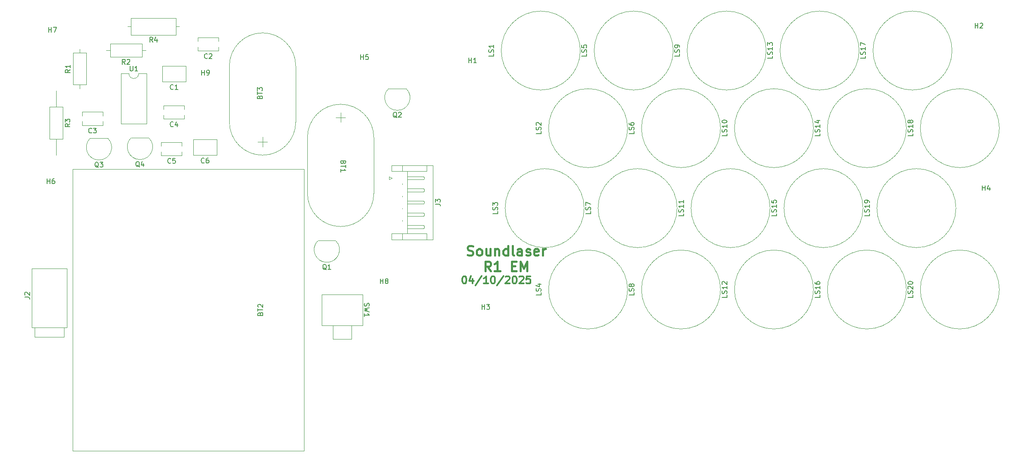
<source format=gto>
G04 #@! TF.GenerationSoftware,KiCad,Pcbnew,9.0.1*
G04 #@! TF.CreationDate,2025-04-11T16:06:49-05:00*
G04 #@! TF.ProjectId,Soundlaser,536f756e-646c-4617-9365-722e6b696361,rev?*
G04 #@! TF.SameCoordinates,Original*
G04 #@! TF.FileFunction,Legend,Top*
G04 #@! TF.FilePolarity,Positive*
%FSLAX46Y46*%
G04 Gerber Fmt 4.6, Leading zero omitted, Abs format (unit mm)*
G04 Created by KiCad (PCBNEW 9.0.1) date 2025-04-11 16:06:49*
%MOMM*%
%LPD*%
G01*
G04 APERTURE LIST*
%ADD10C,0.400000*%
%ADD11C,0.300000*%
%ADD12C,0.150000*%
%ADD13C,0.100000*%
%ADD14C,0.120000*%
G04 APERTURE END LIST*
D10*
X220016487Y-153585506D02*
X220302201Y-153680744D01*
X220302201Y-153680744D02*
X220778392Y-153680744D01*
X220778392Y-153680744D02*
X220968868Y-153585506D01*
X220968868Y-153585506D02*
X221064106Y-153490267D01*
X221064106Y-153490267D02*
X221159344Y-153299791D01*
X221159344Y-153299791D02*
X221159344Y-153109315D01*
X221159344Y-153109315D02*
X221064106Y-152918839D01*
X221064106Y-152918839D02*
X220968868Y-152823601D01*
X220968868Y-152823601D02*
X220778392Y-152728363D01*
X220778392Y-152728363D02*
X220397439Y-152633125D01*
X220397439Y-152633125D02*
X220206963Y-152537886D01*
X220206963Y-152537886D02*
X220111725Y-152442648D01*
X220111725Y-152442648D02*
X220016487Y-152252172D01*
X220016487Y-152252172D02*
X220016487Y-152061696D01*
X220016487Y-152061696D02*
X220111725Y-151871220D01*
X220111725Y-151871220D02*
X220206963Y-151775982D01*
X220206963Y-151775982D02*
X220397439Y-151680744D01*
X220397439Y-151680744D02*
X220873630Y-151680744D01*
X220873630Y-151680744D02*
X221159344Y-151775982D01*
X222302201Y-153680744D02*
X222111725Y-153585506D01*
X222111725Y-153585506D02*
X222016487Y-153490267D01*
X222016487Y-153490267D02*
X221921249Y-153299791D01*
X221921249Y-153299791D02*
X221921249Y-152728363D01*
X221921249Y-152728363D02*
X222016487Y-152537886D01*
X222016487Y-152537886D02*
X222111725Y-152442648D01*
X222111725Y-152442648D02*
X222302201Y-152347410D01*
X222302201Y-152347410D02*
X222587916Y-152347410D01*
X222587916Y-152347410D02*
X222778392Y-152442648D01*
X222778392Y-152442648D02*
X222873630Y-152537886D01*
X222873630Y-152537886D02*
X222968868Y-152728363D01*
X222968868Y-152728363D02*
X222968868Y-153299791D01*
X222968868Y-153299791D02*
X222873630Y-153490267D01*
X222873630Y-153490267D02*
X222778392Y-153585506D01*
X222778392Y-153585506D02*
X222587916Y-153680744D01*
X222587916Y-153680744D02*
X222302201Y-153680744D01*
X224683154Y-152347410D02*
X224683154Y-153680744D01*
X223826011Y-152347410D02*
X223826011Y-153395029D01*
X223826011Y-153395029D02*
X223921249Y-153585506D01*
X223921249Y-153585506D02*
X224111725Y-153680744D01*
X224111725Y-153680744D02*
X224397440Y-153680744D01*
X224397440Y-153680744D02*
X224587916Y-153585506D01*
X224587916Y-153585506D02*
X224683154Y-153490267D01*
X225635535Y-152347410D02*
X225635535Y-153680744D01*
X225635535Y-152537886D02*
X225730773Y-152442648D01*
X225730773Y-152442648D02*
X225921249Y-152347410D01*
X225921249Y-152347410D02*
X226206964Y-152347410D01*
X226206964Y-152347410D02*
X226397440Y-152442648D01*
X226397440Y-152442648D02*
X226492678Y-152633125D01*
X226492678Y-152633125D02*
X226492678Y-153680744D01*
X228302202Y-153680744D02*
X228302202Y-151680744D01*
X228302202Y-153585506D02*
X228111726Y-153680744D01*
X228111726Y-153680744D02*
X227730773Y-153680744D01*
X227730773Y-153680744D02*
X227540297Y-153585506D01*
X227540297Y-153585506D02*
X227445059Y-153490267D01*
X227445059Y-153490267D02*
X227349821Y-153299791D01*
X227349821Y-153299791D02*
X227349821Y-152728363D01*
X227349821Y-152728363D02*
X227445059Y-152537886D01*
X227445059Y-152537886D02*
X227540297Y-152442648D01*
X227540297Y-152442648D02*
X227730773Y-152347410D01*
X227730773Y-152347410D02*
X228111726Y-152347410D01*
X228111726Y-152347410D02*
X228302202Y-152442648D01*
X229540297Y-153680744D02*
X229349821Y-153585506D01*
X229349821Y-153585506D02*
X229254583Y-153395029D01*
X229254583Y-153395029D02*
X229254583Y-151680744D01*
X231159345Y-153680744D02*
X231159345Y-152633125D01*
X231159345Y-152633125D02*
X231064107Y-152442648D01*
X231064107Y-152442648D02*
X230873631Y-152347410D01*
X230873631Y-152347410D02*
X230492678Y-152347410D01*
X230492678Y-152347410D02*
X230302202Y-152442648D01*
X231159345Y-153585506D02*
X230968869Y-153680744D01*
X230968869Y-153680744D02*
X230492678Y-153680744D01*
X230492678Y-153680744D02*
X230302202Y-153585506D01*
X230302202Y-153585506D02*
X230206964Y-153395029D01*
X230206964Y-153395029D02*
X230206964Y-153204553D01*
X230206964Y-153204553D02*
X230302202Y-153014077D01*
X230302202Y-153014077D02*
X230492678Y-152918839D01*
X230492678Y-152918839D02*
X230968869Y-152918839D01*
X230968869Y-152918839D02*
X231159345Y-152823601D01*
X232016488Y-153585506D02*
X232206964Y-153680744D01*
X232206964Y-153680744D02*
X232587916Y-153680744D01*
X232587916Y-153680744D02*
X232778393Y-153585506D01*
X232778393Y-153585506D02*
X232873631Y-153395029D01*
X232873631Y-153395029D02*
X232873631Y-153299791D01*
X232873631Y-153299791D02*
X232778393Y-153109315D01*
X232778393Y-153109315D02*
X232587916Y-153014077D01*
X232587916Y-153014077D02*
X232302202Y-153014077D01*
X232302202Y-153014077D02*
X232111726Y-152918839D01*
X232111726Y-152918839D02*
X232016488Y-152728363D01*
X232016488Y-152728363D02*
X232016488Y-152633125D01*
X232016488Y-152633125D02*
X232111726Y-152442648D01*
X232111726Y-152442648D02*
X232302202Y-152347410D01*
X232302202Y-152347410D02*
X232587916Y-152347410D01*
X232587916Y-152347410D02*
X232778393Y-152442648D01*
X234492679Y-153585506D02*
X234302203Y-153680744D01*
X234302203Y-153680744D02*
X233921250Y-153680744D01*
X233921250Y-153680744D02*
X233730774Y-153585506D01*
X233730774Y-153585506D02*
X233635536Y-153395029D01*
X233635536Y-153395029D02*
X233635536Y-152633125D01*
X233635536Y-152633125D02*
X233730774Y-152442648D01*
X233730774Y-152442648D02*
X233921250Y-152347410D01*
X233921250Y-152347410D02*
X234302203Y-152347410D01*
X234302203Y-152347410D02*
X234492679Y-152442648D01*
X234492679Y-152442648D02*
X234587917Y-152633125D01*
X234587917Y-152633125D02*
X234587917Y-152823601D01*
X234587917Y-152823601D02*
X233635536Y-153014077D01*
X235445060Y-153680744D02*
X235445060Y-152347410D01*
X235445060Y-152728363D02*
X235540298Y-152537886D01*
X235540298Y-152537886D02*
X235635536Y-152442648D01*
X235635536Y-152442648D02*
X235826012Y-152347410D01*
X235826012Y-152347410D02*
X236016489Y-152347410D01*
X224778392Y-156900632D02*
X224111725Y-155948251D01*
X223635535Y-156900632D02*
X223635535Y-154900632D01*
X223635535Y-154900632D02*
X224397440Y-154900632D01*
X224397440Y-154900632D02*
X224587916Y-154995870D01*
X224587916Y-154995870D02*
X224683154Y-155091108D01*
X224683154Y-155091108D02*
X224778392Y-155281584D01*
X224778392Y-155281584D02*
X224778392Y-155567298D01*
X224778392Y-155567298D02*
X224683154Y-155757774D01*
X224683154Y-155757774D02*
X224587916Y-155853013D01*
X224587916Y-155853013D02*
X224397440Y-155948251D01*
X224397440Y-155948251D02*
X223635535Y-155948251D01*
X226683154Y-156900632D02*
X225540297Y-156900632D01*
X226111725Y-156900632D02*
X226111725Y-154900632D01*
X226111725Y-154900632D02*
X225921249Y-155186346D01*
X225921249Y-155186346D02*
X225730773Y-155376822D01*
X225730773Y-155376822D02*
X225540297Y-155472060D01*
X229064107Y-155853013D02*
X229730774Y-155853013D01*
X230016488Y-156900632D02*
X229064107Y-156900632D01*
X229064107Y-156900632D02*
X229064107Y-154900632D01*
X229064107Y-154900632D02*
X230016488Y-154900632D01*
X230873631Y-156900632D02*
X230873631Y-154900632D01*
X230873631Y-154900632D02*
X231540298Y-156329203D01*
X231540298Y-156329203D02*
X232206964Y-154900632D01*
X232206964Y-154900632D02*
X232206964Y-156900632D01*
D11*
X219295313Y-157948328D02*
X219438170Y-157948328D01*
X219438170Y-157948328D02*
X219581027Y-158019757D01*
X219581027Y-158019757D02*
X219652456Y-158091185D01*
X219652456Y-158091185D02*
X219723884Y-158234042D01*
X219723884Y-158234042D02*
X219795313Y-158519757D01*
X219795313Y-158519757D02*
X219795313Y-158876900D01*
X219795313Y-158876900D02*
X219723884Y-159162614D01*
X219723884Y-159162614D02*
X219652456Y-159305471D01*
X219652456Y-159305471D02*
X219581027Y-159376900D01*
X219581027Y-159376900D02*
X219438170Y-159448328D01*
X219438170Y-159448328D02*
X219295313Y-159448328D01*
X219295313Y-159448328D02*
X219152456Y-159376900D01*
X219152456Y-159376900D02*
X219081027Y-159305471D01*
X219081027Y-159305471D02*
X219009598Y-159162614D01*
X219009598Y-159162614D02*
X218938170Y-158876900D01*
X218938170Y-158876900D02*
X218938170Y-158519757D01*
X218938170Y-158519757D02*
X219009598Y-158234042D01*
X219009598Y-158234042D02*
X219081027Y-158091185D01*
X219081027Y-158091185D02*
X219152456Y-158019757D01*
X219152456Y-158019757D02*
X219295313Y-157948328D01*
X221081027Y-158448328D02*
X221081027Y-159448328D01*
X220723884Y-157876900D02*
X220366741Y-158948328D01*
X220366741Y-158948328D02*
X221295312Y-158948328D01*
X222938169Y-157876900D02*
X221652455Y-159805471D01*
X224223884Y-159448328D02*
X223366741Y-159448328D01*
X223795312Y-159448328D02*
X223795312Y-157948328D01*
X223795312Y-157948328D02*
X223652455Y-158162614D01*
X223652455Y-158162614D02*
X223509598Y-158305471D01*
X223509598Y-158305471D02*
X223366741Y-158376900D01*
X225152455Y-157948328D02*
X225295312Y-157948328D01*
X225295312Y-157948328D02*
X225438169Y-158019757D01*
X225438169Y-158019757D02*
X225509598Y-158091185D01*
X225509598Y-158091185D02*
X225581026Y-158234042D01*
X225581026Y-158234042D02*
X225652455Y-158519757D01*
X225652455Y-158519757D02*
X225652455Y-158876900D01*
X225652455Y-158876900D02*
X225581026Y-159162614D01*
X225581026Y-159162614D02*
X225509598Y-159305471D01*
X225509598Y-159305471D02*
X225438169Y-159376900D01*
X225438169Y-159376900D02*
X225295312Y-159448328D01*
X225295312Y-159448328D02*
X225152455Y-159448328D01*
X225152455Y-159448328D02*
X225009598Y-159376900D01*
X225009598Y-159376900D02*
X224938169Y-159305471D01*
X224938169Y-159305471D02*
X224866740Y-159162614D01*
X224866740Y-159162614D02*
X224795312Y-158876900D01*
X224795312Y-158876900D02*
X224795312Y-158519757D01*
X224795312Y-158519757D02*
X224866740Y-158234042D01*
X224866740Y-158234042D02*
X224938169Y-158091185D01*
X224938169Y-158091185D02*
X225009598Y-158019757D01*
X225009598Y-158019757D02*
X225152455Y-157948328D01*
X227366740Y-157876900D02*
X226081026Y-159805471D01*
X227795312Y-158091185D02*
X227866740Y-158019757D01*
X227866740Y-158019757D02*
X228009598Y-157948328D01*
X228009598Y-157948328D02*
X228366740Y-157948328D01*
X228366740Y-157948328D02*
X228509598Y-158019757D01*
X228509598Y-158019757D02*
X228581026Y-158091185D01*
X228581026Y-158091185D02*
X228652455Y-158234042D01*
X228652455Y-158234042D02*
X228652455Y-158376900D01*
X228652455Y-158376900D02*
X228581026Y-158591185D01*
X228581026Y-158591185D02*
X227723883Y-159448328D01*
X227723883Y-159448328D02*
X228652455Y-159448328D01*
X229581026Y-157948328D02*
X229723883Y-157948328D01*
X229723883Y-157948328D02*
X229866740Y-158019757D01*
X229866740Y-158019757D02*
X229938169Y-158091185D01*
X229938169Y-158091185D02*
X230009597Y-158234042D01*
X230009597Y-158234042D02*
X230081026Y-158519757D01*
X230081026Y-158519757D02*
X230081026Y-158876900D01*
X230081026Y-158876900D02*
X230009597Y-159162614D01*
X230009597Y-159162614D02*
X229938169Y-159305471D01*
X229938169Y-159305471D02*
X229866740Y-159376900D01*
X229866740Y-159376900D02*
X229723883Y-159448328D01*
X229723883Y-159448328D02*
X229581026Y-159448328D01*
X229581026Y-159448328D02*
X229438169Y-159376900D01*
X229438169Y-159376900D02*
X229366740Y-159305471D01*
X229366740Y-159305471D02*
X229295311Y-159162614D01*
X229295311Y-159162614D02*
X229223883Y-158876900D01*
X229223883Y-158876900D02*
X229223883Y-158519757D01*
X229223883Y-158519757D02*
X229295311Y-158234042D01*
X229295311Y-158234042D02*
X229366740Y-158091185D01*
X229366740Y-158091185D02*
X229438169Y-158019757D01*
X229438169Y-158019757D02*
X229581026Y-157948328D01*
X230652454Y-158091185D02*
X230723882Y-158019757D01*
X230723882Y-158019757D02*
X230866740Y-157948328D01*
X230866740Y-157948328D02*
X231223882Y-157948328D01*
X231223882Y-157948328D02*
X231366740Y-158019757D01*
X231366740Y-158019757D02*
X231438168Y-158091185D01*
X231438168Y-158091185D02*
X231509597Y-158234042D01*
X231509597Y-158234042D02*
X231509597Y-158376900D01*
X231509597Y-158376900D02*
X231438168Y-158591185D01*
X231438168Y-158591185D02*
X230581025Y-159448328D01*
X230581025Y-159448328D02*
X231509597Y-159448328D01*
X232866739Y-157948328D02*
X232152453Y-157948328D01*
X232152453Y-157948328D02*
X232081025Y-158662614D01*
X232081025Y-158662614D02*
X232152453Y-158591185D01*
X232152453Y-158591185D02*
X232295311Y-158519757D01*
X232295311Y-158519757D02*
X232652453Y-158519757D01*
X232652453Y-158519757D02*
X232795311Y-158591185D01*
X232795311Y-158591185D02*
X232866739Y-158662614D01*
X232866739Y-158662614D02*
X232938168Y-158805471D01*
X232938168Y-158805471D02*
X232938168Y-159162614D01*
X232938168Y-159162614D02*
X232866739Y-159305471D01*
X232866739Y-159305471D02*
X232795311Y-159376900D01*
X232795311Y-159376900D02*
X232652453Y-159448328D01*
X232652453Y-159448328D02*
X232295311Y-159448328D01*
X232295311Y-159448328D02*
X232152453Y-159376900D01*
X232152453Y-159376900D02*
X232081025Y-159305471D01*
D12*
X133840932Y-138954819D02*
X133840932Y-137954819D01*
X133840932Y-138431009D02*
X134412360Y-138431009D01*
X134412360Y-138954819D02*
X134412360Y-137954819D01*
X135317122Y-137954819D02*
X135126646Y-137954819D01*
X135126646Y-137954819D02*
X135031408Y-138002438D01*
X135031408Y-138002438D02*
X134983789Y-138050057D01*
X134983789Y-138050057D02*
X134888551Y-138192914D01*
X134888551Y-138192914D02*
X134840932Y-138383390D01*
X134840932Y-138383390D02*
X134840932Y-138764342D01*
X134840932Y-138764342D02*
X134888551Y-138859580D01*
X134888551Y-138859580D02*
X134936170Y-138907200D01*
X134936170Y-138907200D02*
X135031408Y-138954819D01*
X135031408Y-138954819D02*
X135221884Y-138954819D01*
X135221884Y-138954819D02*
X135317122Y-138907200D01*
X135317122Y-138907200D02*
X135364741Y-138859580D01*
X135364741Y-138859580D02*
X135412360Y-138764342D01*
X135412360Y-138764342D02*
X135412360Y-138526247D01*
X135412360Y-138526247D02*
X135364741Y-138431009D01*
X135364741Y-138431009D02*
X135317122Y-138383390D01*
X135317122Y-138383390D02*
X135221884Y-138335771D01*
X135221884Y-138335771D02*
X135031408Y-138335771D01*
X135031408Y-138335771D02*
X134936170Y-138383390D01*
X134936170Y-138383390D02*
X134888551Y-138431009D01*
X134888551Y-138431009D02*
X134840932Y-138526247D01*
X311276069Y-161789047D02*
X311276069Y-162265237D01*
X311276069Y-162265237D02*
X310276069Y-162265237D01*
X311228450Y-161503332D02*
X311276069Y-161360475D01*
X311276069Y-161360475D02*
X311276069Y-161122380D01*
X311276069Y-161122380D02*
X311228450Y-161027142D01*
X311228450Y-161027142D02*
X311180830Y-160979523D01*
X311180830Y-160979523D02*
X311085592Y-160931904D01*
X311085592Y-160931904D02*
X310990354Y-160931904D01*
X310990354Y-160931904D02*
X310895116Y-160979523D01*
X310895116Y-160979523D02*
X310847497Y-161027142D01*
X310847497Y-161027142D02*
X310799878Y-161122380D01*
X310799878Y-161122380D02*
X310752259Y-161312856D01*
X310752259Y-161312856D02*
X310704640Y-161408094D01*
X310704640Y-161408094D02*
X310657021Y-161455713D01*
X310657021Y-161455713D02*
X310561783Y-161503332D01*
X310561783Y-161503332D02*
X310466545Y-161503332D01*
X310466545Y-161503332D02*
X310371307Y-161455713D01*
X310371307Y-161455713D02*
X310323688Y-161408094D01*
X310323688Y-161408094D02*
X310276069Y-161312856D01*
X310276069Y-161312856D02*
X310276069Y-161074761D01*
X310276069Y-161074761D02*
X310323688Y-160931904D01*
X310371307Y-160550951D02*
X310323688Y-160503332D01*
X310323688Y-160503332D02*
X310276069Y-160408094D01*
X310276069Y-160408094D02*
X310276069Y-160169999D01*
X310276069Y-160169999D02*
X310323688Y-160074761D01*
X310323688Y-160074761D02*
X310371307Y-160027142D01*
X310371307Y-160027142D02*
X310466545Y-159979523D01*
X310466545Y-159979523D02*
X310561783Y-159979523D01*
X310561783Y-159979523D02*
X310704640Y-160027142D01*
X310704640Y-160027142D02*
X311276069Y-160598570D01*
X311276069Y-160598570D02*
X311276069Y-159979523D01*
X310276069Y-159360475D02*
X310276069Y-159265237D01*
X310276069Y-159265237D02*
X310323688Y-159169999D01*
X310323688Y-159169999D02*
X310371307Y-159122380D01*
X310371307Y-159122380D02*
X310466545Y-159074761D01*
X310466545Y-159074761D02*
X310657021Y-159027142D01*
X310657021Y-159027142D02*
X310895116Y-159027142D01*
X310895116Y-159027142D02*
X311085592Y-159074761D01*
X311085592Y-159074761D02*
X311180830Y-159122380D01*
X311180830Y-159122380D02*
X311228450Y-159169999D01*
X311228450Y-159169999D02*
X311276069Y-159265237D01*
X311276069Y-159265237D02*
X311276069Y-159360475D01*
X311276069Y-159360475D02*
X311228450Y-159455713D01*
X311228450Y-159455713D02*
X311180830Y-159503332D01*
X311180830Y-159503332D02*
X311085592Y-159550951D01*
X311085592Y-159550951D02*
X310895116Y-159598570D01*
X310895116Y-159598570D02*
X310657021Y-159598570D01*
X310657021Y-159598570D02*
X310466545Y-159550951D01*
X310466545Y-159550951D02*
X310371307Y-159503332D01*
X310371307Y-159503332D02*
X310323688Y-159455713D01*
X310323688Y-159455713D02*
X310276069Y-159360475D01*
X138527656Y-126646666D02*
X138051465Y-126979999D01*
X138527656Y-127218094D02*
X137527656Y-127218094D01*
X137527656Y-127218094D02*
X137527656Y-126837142D01*
X137527656Y-126837142D02*
X137575275Y-126741904D01*
X137575275Y-126741904D02*
X137622894Y-126694285D01*
X137622894Y-126694285D02*
X137718132Y-126646666D01*
X137718132Y-126646666D02*
X137860989Y-126646666D01*
X137860989Y-126646666D02*
X137956227Y-126694285D01*
X137956227Y-126694285D02*
X138003846Y-126741904D01*
X138003846Y-126741904D02*
X138051465Y-126837142D01*
X138051465Y-126837142D02*
X138051465Y-127218094D01*
X137527656Y-126313332D02*
X137527656Y-125694285D01*
X137527656Y-125694285D02*
X137908608Y-126027618D01*
X137908608Y-126027618D02*
X137908608Y-125884761D01*
X137908608Y-125884761D02*
X137956227Y-125789523D01*
X137956227Y-125789523D02*
X138003846Y-125741904D01*
X138003846Y-125741904D02*
X138099084Y-125694285D01*
X138099084Y-125694285D02*
X138337179Y-125694285D01*
X138337179Y-125694285D02*
X138432417Y-125741904D01*
X138432417Y-125741904D02*
X138480037Y-125789523D01*
X138480037Y-125789523D02*
X138527656Y-125884761D01*
X138527656Y-125884761D02*
X138527656Y-126170475D01*
X138527656Y-126170475D02*
X138480037Y-126265713D01*
X138480037Y-126265713D02*
X138432417Y-126313332D01*
X150845932Y-114814819D02*
X150845932Y-115624342D01*
X150845932Y-115624342D02*
X150893551Y-115719580D01*
X150893551Y-115719580D02*
X150941170Y-115767200D01*
X150941170Y-115767200D02*
X151036408Y-115814819D01*
X151036408Y-115814819D02*
X151226884Y-115814819D01*
X151226884Y-115814819D02*
X151322122Y-115767200D01*
X151322122Y-115767200D02*
X151369741Y-115719580D01*
X151369741Y-115719580D02*
X151417360Y-115624342D01*
X151417360Y-115624342D02*
X151417360Y-114814819D01*
X152417360Y-115814819D02*
X151845932Y-115814819D01*
X152131646Y-115814819D02*
X152131646Y-114814819D01*
X152131646Y-114814819D02*
X152036408Y-114957676D01*
X152036408Y-114957676D02*
X151941170Y-115052914D01*
X151941170Y-115052914D02*
X151845932Y-115100533D01*
X225377069Y-112270607D02*
X225377069Y-112746797D01*
X225377069Y-112746797D02*
X224377069Y-112746797D01*
X225329450Y-111984892D02*
X225377069Y-111842035D01*
X225377069Y-111842035D02*
X225377069Y-111603940D01*
X225377069Y-111603940D02*
X225329450Y-111508702D01*
X225329450Y-111508702D02*
X225281830Y-111461083D01*
X225281830Y-111461083D02*
X225186592Y-111413464D01*
X225186592Y-111413464D02*
X225091354Y-111413464D01*
X225091354Y-111413464D02*
X224996116Y-111461083D01*
X224996116Y-111461083D02*
X224948497Y-111508702D01*
X224948497Y-111508702D02*
X224900878Y-111603940D01*
X224900878Y-111603940D02*
X224853259Y-111794416D01*
X224853259Y-111794416D02*
X224805640Y-111889654D01*
X224805640Y-111889654D02*
X224758021Y-111937273D01*
X224758021Y-111937273D02*
X224662783Y-111984892D01*
X224662783Y-111984892D02*
X224567545Y-111984892D01*
X224567545Y-111984892D02*
X224472307Y-111937273D01*
X224472307Y-111937273D02*
X224424688Y-111889654D01*
X224424688Y-111889654D02*
X224377069Y-111794416D01*
X224377069Y-111794416D02*
X224377069Y-111556321D01*
X224377069Y-111556321D02*
X224424688Y-111413464D01*
X225377069Y-110461083D02*
X225377069Y-111032511D01*
X225377069Y-110746797D02*
X224377069Y-110746797D01*
X224377069Y-110746797D02*
X224519926Y-110842035D01*
X224519926Y-110842035D02*
X224615164Y-110937273D01*
X224615164Y-110937273D02*
X224662783Y-111032511D01*
X283326069Y-145089047D02*
X283326069Y-145565237D01*
X283326069Y-145565237D02*
X282326069Y-145565237D01*
X283278450Y-144803332D02*
X283326069Y-144660475D01*
X283326069Y-144660475D02*
X283326069Y-144422380D01*
X283326069Y-144422380D02*
X283278450Y-144327142D01*
X283278450Y-144327142D02*
X283230830Y-144279523D01*
X283230830Y-144279523D02*
X283135592Y-144231904D01*
X283135592Y-144231904D02*
X283040354Y-144231904D01*
X283040354Y-144231904D02*
X282945116Y-144279523D01*
X282945116Y-144279523D02*
X282897497Y-144327142D01*
X282897497Y-144327142D02*
X282849878Y-144422380D01*
X282849878Y-144422380D02*
X282802259Y-144612856D01*
X282802259Y-144612856D02*
X282754640Y-144708094D01*
X282754640Y-144708094D02*
X282707021Y-144755713D01*
X282707021Y-144755713D02*
X282611783Y-144803332D01*
X282611783Y-144803332D02*
X282516545Y-144803332D01*
X282516545Y-144803332D02*
X282421307Y-144755713D01*
X282421307Y-144755713D02*
X282373688Y-144708094D01*
X282373688Y-144708094D02*
X282326069Y-144612856D01*
X282326069Y-144612856D02*
X282326069Y-144374761D01*
X282326069Y-144374761D02*
X282373688Y-144231904D01*
X283326069Y-143279523D02*
X283326069Y-143850951D01*
X283326069Y-143565237D02*
X282326069Y-143565237D01*
X282326069Y-143565237D02*
X282468926Y-143660475D01*
X282468926Y-143660475D02*
X282564164Y-143755713D01*
X282564164Y-143755713D02*
X282611783Y-143850951D01*
X282326069Y-142374761D02*
X282326069Y-142850951D01*
X282326069Y-142850951D02*
X282802259Y-142898570D01*
X282802259Y-142898570D02*
X282754640Y-142850951D01*
X282754640Y-142850951D02*
X282707021Y-142755713D01*
X282707021Y-142755713D02*
X282707021Y-142517618D01*
X282707021Y-142517618D02*
X282754640Y-142422380D01*
X282754640Y-142422380D02*
X282802259Y-142374761D01*
X282802259Y-142374761D02*
X282897497Y-142327142D01*
X282897497Y-142327142D02*
X283135592Y-142327142D01*
X283135592Y-142327142D02*
X283230830Y-142374761D01*
X283230830Y-142374761D02*
X283278450Y-142422380D01*
X283278450Y-142422380D02*
X283326069Y-142517618D01*
X283326069Y-142517618D02*
X283326069Y-142755713D01*
X283326069Y-142755713D02*
X283278450Y-142850951D01*
X283278450Y-142850951D02*
X283230830Y-142898570D01*
X159686170Y-119509580D02*
X159638551Y-119557200D01*
X159638551Y-119557200D02*
X159495694Y-119604819D01*
X159495694Y-119604819D02*
X159400456Y-119604819D01*
X159400456Y-119604819D02*
X159257599Y-119557200D01*
X159257599Y-119557200D02*
X159162361Y-119461961D01*
X159162361Y-119461961D02*
X159114742Y-119366723D01*
X159114742Y-119366723D02*
X159067123Y-119176247D01*
X159067123Y-119176247D02*
X159067123Y-119033390D01*
X159067123Y-119033390D02*
X159114742Y-118842914D01*
X159114742Y-118842914D02*
X159162361Y-118747676D01*
X159162361Y-118747676D02*
X159257599Y-118652438D01*
X159257599Y-118652438D02*
X159400456Y-118604819D01*
X159400456Y-118604819D02*
X159495694Y-118604819D01*
X159495694Y-118604819D02*
X159638551Y-118652438D01*
X159638551Y-118652438D02*
X159686170Y-118700057D01*
X160638551Y-119604819D02*
X160067123Y-119604819D01*
X160352837Y-119604819D02*
X160352837Y-118604819D01*
X160352837Y-118604819D02*
X160257599Y-118747676D01*
X160257599Y-118747676D02*
X160162361Y-118842914D01*
X160162361Y-118842914D02*
X160067123Y-118890533D01*
X263477069Y-112270607D02*
X263477069Y-112746797D01*
X263477069Y-112746797D02*
X262477069Y-112746797D01*
X263429450Y-111984892D02*
X263477069Y-111842035D01*
X263477069Y-111842035D02*
X263477069Y-111603940D01*
X263477069Y-111603940D02*
X263429450Y-111508702D01*
X263429450Y-111508702D02*
X263381830Y-111461083D01*
X263381830Y-111461083D02*
X263286592Y-111413464D01*
X263286592Y-111413464D02*
X263191354Y-111413464D01*
X263191354Y-111413464D02*
X263096116Y-111461083D01*
X263096116Y-111461083D02*
X263048497Y-111508702D01*
X263048497Y-111508702D02*
X263000878Y-111603940D01*
X263000878Y-111603940D02*
X262953259Y-111794416D01*
X262953259Y-111794416D02*
X262905640Y-111889654D01*
X262905640Y-111889654D02*
X262858021Y-111937273D01*
X262858021Y-111937273D02*
X262762783Y-111984892D01*
X262762783Y-111984892D02*
X262667545Y-111984892D01*
X262667545Y-111984892D02*
X262572307Y-111937273D01*
X262572307Y-111937273D02*
X262524688Y-111889654D01*
X262524688Y-111889654D02*
X262477069Y-111794416D01*
X262477069Y-111794416D02*
X262477069Y-111556321D01*
X262477069Y-111556321D02*
X262524688Y-111413464D01*
X263477069Y-110937273D02*
X263477069Y-110746797D01*
X263477069Y-110746797D02*
X263429450Y-110651559D01*
X263429450Y-110651559D02*
X263381830Y-110603940D01*
X263381830Y-110603940D02*
X263238973Y-110508702D01*
X263238973Y-110508702D02*
X263048497Y-110461083D01*
X263048497Y-110461083D02*
X262667545Y-110461083D01*
X262667545Y-110461083D02*
X262572307Y-110508702D01*
X262572307Y-110508702D02*
X262524688Y-110556321D01*
X262524688Y-110556321D02*
X262477069Y-110651559D01*
X262477069Y-110651559D02*
X262477069Y-110842035D01*
X262477069Y-110842035D02*
X262524688Y-110937273D01*
X262524688Y-110937273D02*
X262572307Y-110984892D01*
X262572307Y-110984892D02*
X262667545Y-111032511D01*
X262667545Y-111032511D02*
X262905640Y-111032511D01*
X262905640Y-111032511D02*
X263000878Y-110984892D01*
X263000878Y-110984892D02*
X263048497Y-110937273D01*
X263048497Y-110937273D02*
X263096116Y-110842035D01*
X263096116Y-110842035D02*
X263096116Y-110651559D01*
X263096116Y-110651559D02*
X263048497Y-110556321D01*
X263048497Y-110556321D02*
X263000878Y-110508702D01*
X263000878Y-110508702D02*
X262905640Y-110461083D01*
X159186170Y-134659580D02*
X159138551Y-134707200D01*
X159138551Y-134707200D02*
X158995694Y-134754819D01*
X158995694Y-134754819D02*
X158900456Y-134754819D01*
X158900456Y-134754819D02*
X158757599Y-134707200D01*
X158757599Y-134707200D02*
X158662361Y-134611961D01*
X158662361Y-134611961D02*
X158614742Y-134516723D01*
X158614742Y-134516723D02*
X158567123Y-134326247D01*
X158567123Y-134326247D02*
X158567123Y-134183390D01*
X158567123Y-134183390D02*
X158614742Y-133992914D01*
X158614742Y-133992914D02*
X158662361Y-133897676D01*
X158662361Y-133897676D02*
X158757599Y-133802438D01*
X158757599Y-133802438D02*
X158900456Y-133754819D01*
X158900456Y-133754819D02*
X158995694Y-133754819D01*
X158995694Y-133754819D02*
X159138551Y-133802438D01*
X159138551Y-133802438D02*
X159186170Y-133850057D01*
X160090932Y-133754819D02*
X159614742Y-133754819D01*
X159614742Y-133754819D02*
X159567123Y-134231009D01*
X159567123Y-134231009D02*
X159614742Y-134183390D01*
X159614742Y-134183390D02*
X159709980Y-134135771D01*
X159709980Y-134135771D02*
X159948075Y-134135771D01*
X159948075Y-134135771D02*
X160043313Y-134183390D01*
X160043313Y-134183390D02*
X160090932Y-134231009D01*
X160090932Y-134231009D02*
X160138551Y-134326247D01*
X160138551Y-134326247D02*
X160138551Y-134564342D01*
X160138551Y-134564342D02*
X160090932Y-134659580D01*
X160090932Y-134659580D02*
X160043313Y-134707200D01*
X160043313Y-134707200D02*
X159948075Y-134754819D01*
X159948075Y-134754819D02*
X159709980Y-134754819D01*
X159709980Y-134754819D02*
X159614742Y-134707200D01*
X159614742Y-134707200D02*
X159567123Y-134659580D01*
X244427069Y-112270607D02*
X244427069Y-112746797D01*
X244427069Y-112746797D02*
X243427069Y-112746797D01*
X244379450Y-111984892D02*
X244427069Y-111842035D01*
X244427069Y-111842035D02*
X244427069Y-111603940D01*
X244427069Y-111603940D02*
X244379450Y-111508702D01*
X244379450Y-111508702D02*
X244331830Y-111461083D01*
X244331830Y-111461083D02*
X244236592Y-111413464D01*
X244236592Y-111413464D02*
X244141354Y-111413464D01*
X244141354Y-111413464D02*
X244046116Y-111461083D01*
X244046116Y-111461083D02*
X243998497Y-111508702D01*
X243998497Y-111508702D02*
X243950878Y-111603940D01*
X243950878Y-111603940D02*
X243903259Y-111794416D01*
X243903259Y-111794416D02*
X243855640Y-111889654D01*
X243855640Y-111889654D02*
X243808021Y-111937273D01*
X243808021Y-111937273D02*
X243712783Y-111984892D01*
X243712783Y-111984892D02*
X243617545Y-111984892D01*
X243617545Y-111984892D02*
X243522307Y-111937273D01*
X243522307Y-111937273D02*
X243474688Y-111889654D01*
X243474688Y-111889654D02*
X243427069Y-111794416D01*
X243427069Y-111794416D02*
X243427069Y-111556321D01*
X243427069Y-111556321D02*
X243474688Y-111413464D01*
X243427069Y-110508702D02*
X243427069Y-110984892D01*
X243427069Y-110984892D02*
X243903259Y-111032511D01*
X243903259Y-111032511D02*
X243855640Y-110984892D01*
X243855640Y-110984892D02*
X243808021Y-110889654D01*
X243808021Y-110889654D02*
X243808021Y-110651559D01*
X243808021Y-110651559D02*
X243855640Y-110556321D01*
X243855640Y-110556321D02*
X243903259Y-110508702D01*
X243903259Y-110508702D02*
X243998497Y-110461083D01*
X243998497Y-110461083D02*
X244236592Y-110461083D01*
X244236592Y-110461083D02*
X244331830Y-110508702D01*
X244331830Y-110508702D02*
X244379450Y-110556321D01*
X244379450Y-110556321D02*
X244427069Y-110651559D01*
X244427069Y-110651559D02*
X244427069Y-110889654D01*
X244427069Y-110889654D02*
X244379450Y-110984892D01*
X244379450Y-110984892D02*
X244331830Y-111032511D01*
X292226069Y-161789047D02*
X292226069Y-162265237D01*
X292226069Y-162265237D02*
X291226069Y-162265237D01*
X292178450Y-161503332D02*
X292226069Y-161360475D01*
X292226069Y-161360475D02*
X292226069Y-161122380D01*
X292226069Y-161122380D02*
X292178450Y-161027142D01*
X292178450Y-161027142D02*
X292130830Y-160979523D01*
X292130830Y-160979523D02*
X292035592Y-160931904D01*
X292035592Y-160931904D02*
X291940354Y-160931904D01*
X291940354Y-160931904D02*
X291845116Y-160979523D01*
X291845116Y-160979523D02*
X291797497Y-161027142D01*
X291797497Y-161027142D02*
X291749878Y-161122380D01*
X291749878Y-161122380D02*
X291702259Y-161312856D01*
X291702259Y-161312856D02*
X291654640Y-161408094D01*
X291654640Y-161408094D02*
X291607021Y-161455713D01*
X291607021Y-161455713D02*
X291511783Y-161503332D01*
X291511783Y-161503332D02*
X291416545Y-161503332D01*
X291416545Y-161503332D02*
X291321307Y-161455713D01*
X291321307Y-161455713D02*
X291273688Y-161408094D01*
X291273688Y-161408094D02*
X291226069Y-161312856D01*
X291226069Y-161312856D02*
X291226069Y-161074761D01*
X291226069Y-161074761D02*
X291273688Y-160931904D01*
X292226069Y-159979523D02*
X292226069Y-160550951D01*
X292226069Y-160265237D02*
X291226069Y-160265237D01*
X291226069Y-160265237D02*
X291368926Y-160360475D01*
X291368926Y-160360475D02*
X291464164Y-160455713D01*
X291464164Y-160455713D02*
X291511783Y-160550951D01*
X291226069Y-159122380D02*
X291226069Y-159312856D01*
X291226069Y-159312856D02*
X291273688Y-159408094D01*
X291273688Y-159408094D02*
X291321307Y-159455713D01*
X291321307Y-159455713D02*
X291464164Y-159550951D01*
X291464164Y-159550951D02*
X291654640Y-159598570D01*
X291654640Y-159598570D02*
X292035592Y-159598570D01*
X292035592Y-159598570D02*
X292130830Y-159550951D01*
X292130830Y-159550951D02*
X292178450Y-159503332D01*
X292178450Y-159503332D02*
X292226069Y-159408094D01*
X292226069Y-159408094D02*
X292226069Y-159217618D01*
X292226069Y-159217618D02*
X292178450Y-159122380D01*
X292178450Y-159122380D02*
X292130830Y-159074761D01*
X292130830Y-159074761D02*
X292035592Y-159027142D01*
X292035592Y-159027142D02*
X291797497Y-159027142D01*
X291797497Y-159027142D02*
X291702259Y-159074761D01*
X291702259Y-159074761D02*
X291654640Y-159122380D01*
X291654640Y-159122380D02*
X291607021Y-159217618D01*
X291607021Y-159217618D02*
X291607021Y-159408094D01*
X291607021Y-159408094D02*
X291654640Y-159503332D01*
X291654640Y-159503332D02*
X291702259Y-159550951D01*
X291702259Y-159550951D02*
X291797497Y-159598570D01*
X254126069Y-128196607D02*
X254126069Y-128672797D01*
X254126069Y-128672797D02*
X253126069Y-128672797D01*
X254078450Y-127910892D02*
X254126069Y-127768035D01*
X254126069Y-127768035D02*
X254126069Y-127529940D01*
X254126069Y-127529940D02*
X254078450Y-127434702D01*
X254078450Y-127434702D02*
X254030830Y-127387083D01*
X254030830Y-127387083D02*
X253935592Y-127339464D01*
X253935592Y-127339464D02*
X253840354Y-127339464D01*
X253840354Y-127339464D02*
X253745116Y-127387083D01*
X253745116Y-127387083D02*
X253697497Y-127434702D01*
X253697497Y-127434702D02*
X253649878Y-127529940D01*
X253649878Y-127529940D02*
X253602259Y-127720416D01*
X253602259Y-127720416D02*
X253554640Y-127815654D01*
X253554640Y-127815654D02*
X253507021Y-127863273D01*
X253507021Y-127863273D02*
X253411783Y-127910892D01*
X253411783Y-127910892D02*
X253316545Y-127910892D01*
X253316545Y-127910892D02*
X253221307Y-127863273D01*
X253221307Y-127863273D02*
X253173688Y-127815654D01*
X253173688Y-127815654D02*
X253126069Y-127720416D01*
X253126069Y-127720416D02*
X253126069Y-127482321D01*
X253126069Y-127482321D02*
X253173688Y-127339464D01*
X253126069Y-126482321D02*
X253126069Y-126672797D01*
X253126069Y-126672797D02*
X253173688Y-126768035D01*
X253173688Y-126768035D02*
X253221307Y-126815654D01*
X253221307Y-126815654D02*
X253364164Y-126910892D01*
X253364164Y-126910892D02*
X253554640Y-126958511D01*
X253554640Y-126958511D02*
X253935592Y-126958511D01*
X253935592Y-126958511D02*
X254030830Y-126910892D01*
X254030830Y-126910892D02*
X254078450Y-126863273D01*
X254078450Y-126863273D02*
X254126069Y-126768035D01*
X254126069Y-126768035D02*
X254126069Y-126577559D01*
X254126069Y-126577559D02*
X254078450Y-126482321D01*
X254078450Y-126482321D02*
X254030830Y-126434702D01*
X254030830Y-126434702D02*
X253935592Y-126387083D01*
X253935592Y-126387083D02*
X253697497Y-126387083D01*
X253697497Y-126387083D02*
X253602259Y-126434702D01*
X253602259Y-126434702D02*
X253554640Y-126482321D01*
X253554640Y-126482321D02*
X253507021Y-126577559D01*
X253507021Y-126577559D02*
X253507021Y-126768035D01*
X253507021Y-126768035D02*
X253554640Y-126863273D01*
X253554640Y-126863273D02*
X253602259Y-126910892D01*
X253602259Y-126910892D02*
X253697497Y-126958511D01*
X282527069Y-112746797D02*
X282527069Y-113222987D01*
X282527069Y-113222987D02*
X281527069Y-113222987D01*
X282479450Y-112461082D02*
X282527069Y-112318225D01*
X282527069Y-112318225D02*
X282527069Y-112080130D01*
X282527069Y-112080130D02*
X282479450Y-111984892D01*
X282479450Y-111984892D02*
X282431830Y-111937273D01*
X282431830Y-111937273D02*
X282336592Y-111889654D01*
X282336592Y-111889654D02*
X282241354Y-111889654D01*
X282241354Y-111889654D02*
X282146116Y-111937273D01*
X282146116Y-111937273D02*
X282098497Y-111984892D01*
X282098497Y-111984892D02*
X282050878Y-112080130D01*
X282050878Y-112080130D02*
X282003259Y-112270606D01*
X282003259Y-112270606D02*
X281955640Y-112365844D01*
X281955640Y-112365844D02*
X281908021Y-112413463D01*
X281908021Y-112413463D02*
X281812783Y-112461082D01*
X281812783Y-112461082D02*
X281717545Y-112461082D01*
X281717545Y-112461082D02*
X281622307Y-112413463D01*
X281622307Y-112413463D02*
X281574688Y-112365844D01*
X281574688Y-112365844D02*
X281527069Y-112270606D01*
X281527069Y-112270606D02*
X281527069Y-112032511D01*
X281527069Y-112032511D02*
X281574688Y-111889654D01*
X282527069Y-110937273D02*
X282527069Y-111508701D01*
X282527069Y-111222987D02*
X281527069Y-111222987D01*
X281527069Y-111222987D02*
X281669926Y-111318225D01*
X281669926Y-111318225D02*
X281765164Y-111413463D01*
X281765164Y-111413463D02*
X281812783Y-111508701D01*
X281527069Y-110603939D02*
X281527069Y-109984892D01*
X281527069Y-109984892D02*
X281908021Y-110318225D01*
X281908021Y-110318225D02*
X281908021Y-110175368D01*
X281908021Y-110175368D02*
X281955640Y-110080130D01*
X281955640Y-110080130D02*
X282003259Y-110032511D01*
X282003259Y-110032511D02*
X282098497Y-109984892D01*
X282098497Y-109984892D02*
X282336592Y-109984892D01*
X282336592Y-109984892D02*
X282431830Y-110032511D01*
X282431830Y-110032511D02*
X282479450Y-110080130D01*
X282479450Y-110080130D02*
X282527069Y-110175368D01*
X282527069Y-110175368D02*
X282527069Y-110461082D01*
X282527069Y-110461082D02*
X282479450Y-110556320D01*
X282479450Y-110556320D02*
X282431830Y-110603939D01*
X142986170Y-128459580D02*
X142938551Y-128507200D01*
X142938551Y-128507200D02*
X142795694Y-128554819D01*
X142795694Y-128554819D02*
X142700456Y-128554819D01*
X142700456Y-128554819D02*
X142557599Y-128507200D01*
X142557599Y-128507200D02*
X142462361Y-128411961D01*
X142462361Y-128411961D02*
X142414742Y-128316723D01*
X142414742Y-128316723D02*
X142367123Y-128126247D01*
X142367123Y-128126247D02*
X142367123Y-127983390D01*
X142367123Y-127983390D02*
X142414742Y-127792914D01*
X142414742Y-127792914D02*
X142462361Y-127697676D01*
X142462361Y-127697676D02*
X142557599Y-127602438D01*
X142557599Y-127602438D02*
X142700456Y-127554819D01*
X142700456Y-127554819D02*
X142795694Y-127554819D01*
X142795694Y-127554819D02*
X142938551Y-127602438D01*
X142938551Y-127602438D02*
X142986170Y-127650057D01*
X143319504Y-127554819D02*
X143938551Y-127554819D01*
X143938551Y-127554819D02*
X143605218Y-127935771D01*
X143605218Y-127935771D02*
X143748075Y-127935771D01*
X143748075Y-127935771D02*
X143843313Y-127983390D01*
X143843313Y-127983390D02*
X143890932Y-128031009D01*
X143890932Y-128031009D02*
X143938551Y-128126247D01*
X143938551Y-128126247D02*
X143938551Y-128364342D01*
X143938551Y-128364342D02*
X143890932Y-128459580D01*
X143890932Y-128459580D02*
X143843313Y-128507200D01*
X143843313Y-128507200D02*
X143748075Y-128554819D01*
X143748075Y-128554819D02*
X143462361Y-128554819D01*
X143462361Y-128554819D02*
X143367123Y-128507200D01*
X143367123Y-128507200D02*
X143319504Y-128459580D01*
X159686170Y-127159580D02*
X159638551Y-127207200D01*
X159638551Y-127207200D02*
X159495694Y-127254819D01*
X159495694Y-127254819D02*
X159400456Y-127254819D01*
X159400456Y-127254819D02*
X159257599Y-127207200D01*
X159257599Y-127207200D02*
X159162361Y-127111961D01*
X159162361Y-127111961D02*
X159114742Y-127016723D01*
X159114742Y-127016723D02*
X159067123Y-126826247D01*
X159067123Y-126826247D02*
X159067123Y-126683390D01*
X159067123Y-126683390D02*
X159114742Y-126492914D01*
X159114742Y-126492914D02*
X159162361Y-126397676D01*
X159162361Y-126397676D02*
X159257599Y-126302438D01*
X159257599Y-126302438D02*
X159400456Y-126254819D01*
X159400456Y-126254819D02*
X159495694Y-126254819D01*
X159495694Y-126254819D02*
X159638551Y-126302438D01*
X159638551Y-126302438D02*
X159686170Y-126350057D01*
X160543313Y-126588152D02*
X160543313Y-127254819D01*
X160305218Y-126207200D02*
X160067123Y-126921485D01*
X160067123Y-126921485D02*
X160686170Y-126921485D01*
X166036170Y-134609580D02*
X165988551Y-134657200D01*
X165988551Y-134657200D02*
X165845694Y-134704819D01*
X165845694Y-134704819D02*
X165750456Y-134704819D01*
X165750456Y-134704819D02*
X165607599Y-134657200D01*
X165607599Y-134657200D02*
X165512361Y-134561961D01*
X165512361Y-134561961D02*
X165464742Y-134466723D01*
X165464742Y-134466723D02*
X165417123Y-134276247D01*
X165417123Y-134276247D02*
X165417123Y-134133390D01*
X165417123Y-134133390D02*
X165464742Y-133942914D01*
X165464742Y-133942914D02*
X165512361Y-133847676D01*
X165512361Y-133847676D02*
X165607599Y-133752438D01*
X165607599Y-133752438D02*
X165750456Y-133704819D01*
X165750456Y-133704819D02*
X165845694Y-133704819D01*
X165845694Y-133704819D02*
X165988551Y-133752438D01*
X165988551Y-133752438D02*
X166036170Y-133800057D01*
X166893313Y-133704819D02*
X166702837Y-133704819D01*
X166702837Y-133704819D02*
X166607599Y-133752438D01*
X166607599Y-133752438D02*
X166559980Y-133800057D01*
X166559980Y-133800057D02*
X166464742Y-133942914D01*
X166464742Y-133942914D02*
X166417123Y-134133390D01*
X166417123Y-134133390D02*
X166417123Y-134514342D01*
X166417123Y-134514342D02*
X166464742Y-134609580D01*
X166464742Y-134609580D02*
X166512361Y-134657200D01*
X166512361Y-134657200D02*
X166607599Y-134704819D01*
X166607599Y-134704819D02*
X166798075Y-134704819D01*
X166798075Y-134704819D02*
X166893313Y-134657200D01*
X166893313Y-134657200D02*
X166940932Y-134609580D01*
X166940932Y-134609580D02*
X166988551Y-134514342D01*
X166988551Y-134514342D02*
X166988551Y-134276247D01*
X166988551Y-134276247D02*
X166940932Y-134181009D01*
X166940932Y-134181009D02*
X166893313Y-134133390D01*
X166893313Y-134133390D02*
X166798075Y-134085771D01*
X166798075Y-134085771D02*
X166607599Y-134085771D01*
X166607599Y-134085771D02*
X166512361Y-134133390D01*
X166512361Y-134133390D02*
X166464742Y-134181009D01*
X166464742Y-134181009D02*
X166417123Y-134276247D01*
X324059345Y-107024819D02*
X324059345Y-106024819D01*
X324059345Y-106501009D02*
X324630773Y-106501009D01*
X324630773Y-107024819D02*
X324630773Y-106024819D01*
X325059345Y-106120057D02*
X325106964Y-106072438D01*
X325106964Y-106072438D02*
X325202202Y-106024819D01*
X325202202Y-106024819D02*
X325440297Y-106024819D01*
X325440297Y-106024819D02*
X325535535Y-106072438D01*
X325535535Y-106072438D02*
X325583154Y-106120057D01*
X325583154Y-106120057D02*
X325630773Y-106215295D01*
X325630773Y-106215295D02*
X325630773Y-106310533D01*
X325630773Y-106310533D02*
X325583154Y-106453390D01*
X325583154Y-106453390D02*
X325011726Y-107024819D01*
X325011726Y-107024819D02*
X325630773Y-107024819D01*
X325559345Y-140324819D02*
X325559345Y-139324819D01*
X325559345Y-139801009D02*
X326130773Y-139801009D01*
X326130773Y-140324819D02*
X326130773Y-139324819D01*
X327035535Y-139658152D02*
X327035535Y-140324819D01*
X326797440Y-139277200D02*
X326559345Y-139991485D01*
X326559345Y-139991485D02*
X327178392Y-139991485D01*
X213425156Y-143133333D02*
X214139441Y-143133333D01*
X214139441Y-143133333D02*
X214282298Y-143180952D01*
X214282298Y-143180952D02*
X214377537Y-143276190D01*
X214377537Y-143276190D02*
X214425156Y-143419047D01*
X214425156Y-143419047D02*
X214425156Y-143514285D01*
X213425156Y-142752380D02*
X213425156Y-142133333D01*
X213425156Y-142133333D02*
X213806108Y-142466666D01*
X213806108Y-142466666D02*
X213806108Y-142323809D01*
X213806108Y-142323809D02*
X213853727Y-142228571D01*
X213853727Y-142228571D02*
X213901346Y-142180952D01*
X213901346Y-142180952D02*
X213996584Y-142133333D01*
X213996584Y-142133333D02*
X214234679Y-142133333D01*
X214234679Y-142133333D02*
X214329917Y-142180952D01*
X214329917Y-142180952D02*
X214377537Y-142228571D01*
X214377537Y-142228571D02*
X214425156Y-142323809D01*
X214425156Y-142323809D02*
X214425156Y-142609523D01*
X214425156Y-142609523D02*
X214377537Y-142704761D01*
X214377537Y-142704761D02*
X214329917Y-142752380D01*
X152777598Y-135510057D02*
X152682360Y-135462438D01*
X152682360Y-135462438D02*
X152587122Y-135367200D01*
X152587122Y-135367200D02*
X152444265Y-135224342D01*
X152444265Y-135224342D02*
X152349027Y-135176723D01*
X152349027Y-135176723D02*
X152253789Y-135176723D01*
X152301408Y-135414819D02*
X152206170Y-135367200D01*
X152206170Y-135367200D02*
X152110932Y-135271961D01*
X152110932Y-135271961D02*
X152063313Y-135081485D01*
X152063313Y-135081485D02*
X152063313Y-134748152D01*
X152063313Y-134748152D02*
X152110932Y-134557676D01*
X152110932Y-134557676D02*
X152206170Y-134462438D01*
X152206170Y-134462438D02*
X152301408Y-134414819D01*
X152301408Y-134414819D02*
X152491884Y-134414819D01*
X152491884Y-134414819D02*
X152587122Y-134462438D01*
X152587122Y-134462438D02*
X152682360Y-134557676D01*
X152682360Y-134557676D02*
X152729979Y-134748152D01*
X152729979Y-134748152D02*
X152729979Y-135081485D01*
X152729979Y-135081485D02*
X152682360Y-135271961D01*
X152682360Y-135271961D02*
X152587122Y-135367200D01*
X152587122Y-135367200D02*
X152491884Y-135414819D01*
X152491884Y-135414819D02*
X152301408Y-135414819D01*
X153587122Y-134748152D02*
X153587122Y-135414819D01*
X153349027Y-134367200D02*
X153110932Y-135081485D01*
X153110932Y-135081485D02*
X153729979Y-135081485D01*
X134140932Y-107854819D02*
X134140932Y-106854819D01*
X134140932Y-107331009D02*
X134712360Y-107331009D01*
X134712360Y-107854819D02*
X134712360Y-106854819D01*
X135093313Y-106854819D02*
X135759979Y-106854819D01*
X135759979Y-106854819D02*
X135331408Y-107854819D01*
X138587656Y-115546666D02*
X138111465Y-115879999D01*
X138587656Y-116118094D02*
X137587656Y-116118094D01*
X137587656Y-116118094D02*
X137587656Y-115737142D01*
X137587656Y-115737142D02*
X137635275Y-115641904D01*
X137635275Y-115641904D02*
X137682894Y-115594285D01*
X137682894Y-115594285D02*
X137778132Y-115546666D01*
X137778132Y-115546666D02*
X137920989Y-115546666D01*
X137920989Y-115546666D02*
X138016227Y-115594285D01*
X138016227Y-115594285D02*
X138063846Y-115641904D01*
X138063846Y-115641904D02*
X138111465Y-115737142D01*
X138111465Y-115737142D02*
X138111465Y-116118094D01*
X138587656Y-114594285D02*
X138587656Y-115165713D01*
X138587656Y-114879999D02*
X137587656Y-114879999D01*
X137587656Y-114879999D02*
X137730513Y-114975237D01*
X137730513Y-114975237D02*
X137825751Y-115070475D01*
X137825751Y-115070475D02*
X137873370Y-115165713D01*
X198140932Y-113454819D02*
X198140932Y-112454819D01*
X198140932Y-112931009D02*
X198712360Y-112931009D01*
X198712360Y-113454819D02*
X198712360Y-112454819D01*
X199664741Y-112454819D02*
X199188551Y-112454819D01*
X199188551Y-112454819D02*
X199140932Y-112931009D01*
X199140932Y-112931009D02*
X199188551Y-112883390D01*
X199188551Y-112883390D02*
X199283789Y-112835771D01*
X199283789Y-112835771D02*
X199521884Y-112835771D01*
X199521884Y-112835771D02*
X199617122Y-112883390D01*
X199617122Y-112883390D02*
X199664741Y-112931009D01*
X199664741Y-112931009D02*
X199712360Y-113026247D01*
X199712360Y-113026247D02*
X199712360Y-113264342D01*
X199712360Y-113264342D02*
X199664741Y-113359580D01*
X199664741Y-113359580D02*
X199617122Y-113407200D01*
X199617122Y-113407200D02*
X199521884Y-113454819D01*
X199521884Y-113454819D02*
X199283789Y-113454819D01*
X199283789Y-113454819D02*
X199188551Y-113407200D01*
X199188551Y-113407200D02*
X199140932Y-113359580D01*
X165540932Y-116654819D02*
X165540932Y-115654819D01*
X165540932Y-116131009D02*
X166112360Y-116131009D01*
X166112360Y-116654819D02*
X166112360Y-115654819D01*
X166636170Y-116654819D02*
X166826646Y-116654819D01*
X166826646Y-116654819D02*
X166921884Y-116607200D01*
X166921884Y-116607200D02*
X166969503Y-116559580D01*
X166969503Y-116559580D02*
X167064741Y-116416723D01*
X167064741Y-116416723D02*
X167112360Y-116226247D01*
X167112360Y-116226247D02*
X167112360Y-115845295D01*
X167112360Y-115845295D02*
X167064741Y-115750057D01*
X167064741Y-115750057D02*
X167017122Y-115702438D01*
X167017122Y-115702438D02*
X166921884Y-115654819D01*
X166921884Y-115654819D02*
X166731408Y-115654819D01*
X166731408Y-115654819D02*
X166636170Y-115702438D01*
X166636170Y-115702438D02*
X166588551Y-115750057D01*
X166588551Y-115750057D02*
X166540932Y-115845295D01*
X166540932Y-115845295D02*
X166540932Y-116083390D01*
X166540932Y-116083390D02*
X166588551Y-116178628D01*
X166588551Y-116178628D02*
X166636170Y-116226247D01*
X166636170Y-116226247D02*
X166731408Y-116273866D01*
X166731408Y-116273866D02*
X166921884Y-116273866D01*
X166921884Y-116273866D02*
X167017122Y-116226247D01*
X167017122Y-116226247D02*
X167064741Y-116178628D01*
X167064741Y-116178628D02*
X167112360Y-116083390D01*
X194571827Y-134564285D02*
X194524208Y-134707142D01*
X194524208Y-134707142D02*
X194476589Y-134754761D01*
X194476589Y-134754761D02*
X194381351Y-134802380D01*
X194381351Y-134802380D02*
X194238494Y-134802380D01*
X194238494Y-134802380D02*
X194143256Y-134754761D01*
X194143256Y-134754761D02*
X194095637Y-134707142D01*
X194095637Y-134707142D02*
X194048017Y-134611904D01*
X194048017Y-134611904D02*
X194048017Y-134230952D01*
X194048017Y-134230952D02*
X195048017Y-134230952D01*
X195048017Y-134230952D02*
X195048017Y-134564285D01*
X195048017Y-134564285D02*
X195000398Y-134659523D01*
X195000398Y-134659523D02*
X194952779Y-134707142D01*
X194952779Y-134707142D02*
X194857541Y-134754761D01*
X194857541Y-134754761D02*
X194762303Y-134754761D01*
X194762303Y-134754761D02*
X194667065Y-134707142D01*
X194667065Y-134707142D02*
X194619446Y-134659523D01*
X194619446Y-134659523D02*
X194571827Y-134564285D01*
X194571827Y-134564285D02*
X194571827Y-134230952D01*
X195048017Y-135088095D02*
X195048017Y-135659523D01*
X194048017Y-135373809D02*
X195048017Y-135373809D01*
X194048017Y-136516666D02*
X194048017Y-135945238D01*
X194048017Y-136230952D02*
X195048017Y-136230952D01*
X195048017Y-136230952D02*
X194905160Y-136135714D01*
X194905160Y-136135714D02*
X194809922Y-136040476D01*
X194809922Y-136040476D02*
X194762303Y-135945238D01*
X129257656Y-162233333D02*
X129971941Y-162233333D01*
X129971941Y-162233333D02*
X130114798Y-162280952D01*
X130114798Y-162280952D02*
X130210037Y-162376190D01*
X130210037Y-162376190D02*
X130257656Y-162519047D01*
X130257656Y-162519047D02*
X130257656Y-162614285D01*
X129352894Y-161804761D02*
X129305275Y-161757142D01*
X129305275Y-161757142D02*
X129257656Y-161661904D01*
X129257656Y-161661904D02*
X129257656Y-161423809D01*
X129257656Y-161423809D02*
X129305275Y-161328571D01*
X129305275Y-161328571D02*
X129352894Y-161280952D01*
X129352894Y-161280952D02*
X129448132Y-161233333D01*
X129448132Y-161233333D02*
X129543370Y-161233333D01*
X129543370Y-161233333D02*
X129686227Y-161280952D01*
X129686227Y-161280952D02*
X130257656Y-161852380D01*
X130257656Y-161852380D02*
X130257656Y-161233333D01*
X166686170Y-113159580D02*
X166638551Y-113207200D01*
X166638551Y-113207200D02*
X166495694Y-113254819D01*
X166495694Y-113254819D02*
X166400456Y-113254819D01*
X166400456Y-113254819D02*
X166257599Y-113207200D01*
X166257599Y-113207200D02*
X166162361Y-113111961D01*
X166162361Y-113111961D02*
X166114742Y-113016723D01*
X166114742Y-113016723D02*
X166067123Y-112826247D01*
X166067123Y-112826247D02*
X166067123Y-112683390D01*
X166067123Y-112683390D02*
X166114742Y-112492914D01*
X166114742Y-112492914D02*
X166162361Y-112397676D01*
X166162361Y-112397676D02*
X166257599Y-112302438D01*
X166257599Y-112302438D02*
X166400456Y-112254819D01*
X166400456Y-112254819D02*
X166495694Y-112254819D01*
X166495694Y-112254819D02*
X166638551Y-112302438D01*
X166638551Y-112302438D02*
X166686170Y-112350057D01*
X167067123Y-112350057D02*
X167114742Y-112302438D01*
X167114742Y-112302438D02*
X167209980Y-112254819D01*
X167209980Y-112254819D02*
X167448075Y-112254819D01*
X167448075Y-112254819D02*
X167543313Y-112302438D01*
X167543313Y-112302438D02*
X167590932Y-112350057D01*
X167590932Y-112350057D02*
X167638551Y-112445295D01*
X167638551Y-112445295D02*
X167638551Y-112540533D01*
X167638551Y-112540533D02*
X167590932Y-112683390D01*
X167590932Y-112683390D02*
X167019504Y-113254819D01*
X167019504Y-113254819D02*
X167638551Y-113254819D01*
X302376069Y-145089047D02*
X302376069Y-145565237D01*
X302376069Y-145565237D02*
X301376069Y-145565237D01*
X302328450Y-144803332D02*
X302376069Y-144660475D01*
X302376069Y-144660475D02*
X302376069Y-144422380D01*
X302376069Y-144422380D02*
X302328450Y-144327142D01*
X302328450Y-144327142D02*
X302280830Y-144279523D01*
X302280830Y-144279523D02*
X302185592Y-144231904D01*
X302185592Y-144231904D02*
X302090354Y-144231904D01*
X302090354Y-144231904D02*
X301995116Y-144279523D01*
X301995116Y-144279523D02*
X301947497Y-144327142D01*
X301947497Y-144327142D02*
X301899878Y-144422380D01*
X301899878Y-144422380D02*
X301852259Y-144612856D01*
X301852259Y-144612856D02*
X301804640Y-144708094D01*
X301804640Y-144708094D02*
X301757021Y-144755713D01*
X301757021Y-144755713D02*
X301661783Y-144803332D01*
X301661783Y-144803332D02*
X301566545Y-144803332D01*
X301566545Y-144803332D02*
X301471307Y-144755713D01*
X301471307Y-144755713D02*
X301423688Y-144708094D01*
X301423688Y-144708094D02*
X301376069Y-144612856D01*
X301376069Y-144612856D02*
X301376069Y-144374761D01*
X301376069Y-144374761D02*
X301423688Y-144231904D01*
X302376069Y-143279523D02*
X302376069Y-143850951D01*
X302376069Y-143565237D02*
X301376069Y-143565237D01*
X301376069Y-143565237D02*
X301518926Y-143660475D01*
X301518926Y-143660475D02*
X301614164Y-143755713D01*
X301614164Y-143755713D02*
X301661783Y-143850951D01*
X302376069Y-142803332D02*
X302376069Y-142612856D01*
X302376069Y-142612856D02*
X302328450Y-142517618D01*
X302328450Y-142517618D02*
X302280830Y-142469999D01*
X302280830Y-142469999D02*
X302137973Y-142374761D01*
X302137973Y-142374761D02*
X301947497Y-142327142D01*
X301947497Y-142327142D02*
X301566545Y-142327142D01*
X301566545Y-142327142D02*
X301471307Y-142374761D01*
X301471307Y-142374761D02*
X301423688Y-142422380D01*
X301423688Y-142422380D02*
X301376069Y-142517618D01*
X301376069Y-142517618D02*
X301376069Y-142708094D01*
X301376069Y-142708094D02*
X301423688Y-142803332D01*
X301423688Y-142803332D02*
X301471307Y-142850951D01*
X301471307Y-142850951D02*
X301566545Y-142898570D01*
X301566545Y-142898570D02*
X301804640Y-142898570D01*
X301804640Y-142898570D02*
X301899878Y-142850951D01*
X301899878Y-142850951D02*
X301947497Y-142803332D01*
X301947497Y-142803332D02*
X301995116Y-142708094D01*
X301995116Y-142708094D02*
X301995116Y-142517618D01*
X301995116Y-142517618D02*
X301947497Y-142422380D01*
X301947497Y-142422380D02*
X301899878Y-142374761D01*
X301899878Y-142374761D02*
X301804640Y-142327142D01*
X264276069Y-145089047D02*
X264276069Y-145565237D01*
X264276069Y-145565237D02*
X263276069Y-145565237D01*
X264228450Y-144803332D02*
X264276069Y-144660475D01*
X264276069Y-144660475D02*
X264276069Y-144422380D01*
X264276069Y-144422380D02*
X264228450Y-144327142D01*
X264228450Y-144327142D02*
X264180830Y-144279523D01*
X264180830Y-144279523D02*
X264085592Y-144231904D01*
X264085592Y-144231904D02*
X263990354Y-144231904D01*
X263990354Y-144231904D02*
X263895116Y-144279523D01*
X263895116Y-144279523D02*
X263847497Y-144327142D01*
X263847497Y-144327142D02*
X263799878Y-144422380D01*
X263799878Y-144422380D02*
X263752259Y-144612856D01*
X263752259Y-144612856D02*
X263704640Y-144708094D01*
X263704640Y-144708094D02*
X263657021Y-144755713D01*
X263657021Y-144755713D02*
X263561783Y-144803332D01*
X263561783Y-144803332D02*
X263466545Y-144803332D01*
X263466545Y-144803332D02*
X263371307Y-144755713D01*
X263371307Y-144755713D02*
X263323688Y-144708094D01*
X263323688Y-144708094D02*
X263276069Y-144612856D01*
X263276069Y-144612856D02*
X263276069Y-144374761D01*
X263276069Y-144374761D02*
X263323688Y-144231904D01*
X264276069Y-143279523D02*
X264276069Y-143850951D01*
X264276069Y-143565237D02*
X263276069Y-143565237D01*
X263276069Y-143565237D02*
X263418926Y-143660475D01*
X263418926Y-143660475D02*
X263514164Y-143755713D01*
X263514164Y-143755713D02*
X263561783Y-143850951D01*
X264276069Y-142327142D02*
X264276069Y-142898570D01*
X264276069Y-142612856D02*
X263276069Y-142612856D01*
X263276069Y-142612856D02*
X263418926Y-142708094D01*
X263418926Y-142708094D02*
X263514164Y-142803332D01*
X263514164Y-142803332D02*
X263561783Y-142898570D01*
X155486170Y-109874819D02*
X155152837Y-109398628D01*
X154914742Y-109874819D02*
X154914742Y-108874819D01*
X154914742Y-108874819D02*
X155295694Y-108874819D01*
X155295694Y-108874819D02*
X155390932Y-108922438D01*
X155390932Y-108922438D02*
X155438551Y-108970057D01*
X155438551Y-108970057D02*
X155486170Y-109065295D01*
X155486170Y-109065295D02*
X155486170Y-109208152D01*
X155486170Y-109208152D02*
X155438551Y-109303390D01*
X155438551Y-109303390D02*
X155390932Y-109351009D01*
X155390932Y-109351009D02*
X155295694Y-109398628D01*
X155295694Y-109398628D02*
X154914742Y-109398628D01*
X156343313Y-109208152D02*
X156343313Y-109874819D01*
X156105218Y-108827200D02*
X155867123Y-109541485D01*
X155867123Y-109541485D02*
X156486170Y-109541485D01*
X198905637Y-163516667D02*
X198858017Y-163659524D01*
X198858017Y-163659524D02*
X198858017Y-163897619D01*
X198858017Y-163897619D02*
X198905637Y-163992857D01*
X198905637Y-163992857D02*
X198953256Y-164040476D01*
X198953256Y-164040476D02*
X199048494Y-164088095D01*
X199048494Y-164088095D02*
X199143732Y-164088095D01*
X199143732Y-164088095D02*
X199238970Y-164040476D01*
X199238970Y-164040476D02*
X199286589Y-163992857D01*
X199286589Y-163992857D02*
X199334208Y-163897619D01*
X199334208Y-163897619D02*
X199381827Y-163707143D01*
X199381827Y-163707143D02*
X199429446Y-163611905D01*
X199429446Y-163611905D02*
X199477065Y-163564286D01*
X199477065Y-163564286D02*
X199572303Y-163516667D01*
X199572303Y-163516667D02*
X199667541Y-163516667D01*
X199667541Y-163516667D02*
X199762779Y-163564286D01*
X199762779Y-163564286D02*
X199810398Y-163611905D01*
X199810398Y-163611905D02*
X199858017Y-163707143D01*
X199858017Y-163707143D02*
X199858017Y-163945238D01*
X199858017Y-163945238D02*
X199810398Y-164088095D01*
X199858017Y-164421429D02*
X198858017Y-164659524D01*
X198858017Y-164659524D02*
X199572303Y-164850000D01*
X199572303Y-164850000D02*
X198858017Y-165040476D01*
X198858017Y-165040476D02*
X199858017Y-165278572D01*
X198858017Y-166183333D02*
X198858017Y-165611905D01*
X198858017Y-165897619D02*
X199858017Y-165897619D01*
X199858017Y-165897619D02*
X199715160Y-165802381D01*
X199715160Y-165802381D02*
X199619922Y-165707143D01*
X199619922Y-165707143D02*
X199572303Y-165611905D01*
X177533846Y-165655714D02*
X177581465Y-165512857D01*
X177581465Y-165512857D02*
X177629084Y-165465238D01*
X177629084Y-165465238D02*
X177724322Y-165417619D01*
X177724322Y-165417619D02*
X177867179Y-165417619D01*
X177867179Y-165417619D02*
X177962417Y-165465238D01*
X177962417Y-165465238D02*
X178010037Y-165512857D01*
X178010037Y-165512857D02*
X178057656Y-165608095D01*
X178057656Y-165608095D02*
X178057656Y-165989047D01*
X178057656Y-165989047D02*
X177057656Y-165989047D01*
X177057656Y-165989047D02*
X177057656Y-165655714D01*
X177057656Y-165655714D02*
X177105275Y-165560476D01*
X177105275Y-165560476D02*
X177152894Y-165512857D01*
X177152894Y-165512857D02*
X177248132Y-165465238D01*
X177248132Y-165465238D02*
X177343370Y-165465238D01*
X177343370Y-165465238D02*
X177438608Y-165512857D01*
X177438608Y-165512857D02*
X177486227Y-165560476D01*
X177486227Y-165560476D02*
X177533846Y-165655714D01*
X177533846Y-165655714D02*
X177533846Y-165989047D01*
X177057656Y-165131904D02*
X177057656Y-164560476D01*
X178057656Y-164846190D02*
X177057656Y-164846190D01*
X177152894Y-164274761D02*
X177105275Y-164227142D01*
X177105275Y-164227142D02*
X177057656Y-164131904D01*
X177057656Y-164131904D02*
X177057656Y-163893809D01*
X177057656Y-163893809D02*
X177105275Y-163798571D01*
X177105275Y-163798571D02*
X177152894Y-163750952D01*
X177152894Y-163750952D02*
X177248132Y-163703333D01*
X177248132Y-163703333D02*
X177343370Y-163703333D01*
X177343370Y-163703333D02*
X177486227Y-163750952D01*
X177486227Y-163750952D02*
X178057656Y-164322380D01*
X178057656Y-164322380D02*
X178057656Y-163703333D01*
X301577069Y-112746797D02*
X301577069Y-113222987D01*
X301577069Y-113222987D02*
X300577069Y-113222987D01*
X301529450Y-112461082D02*
X301577069Y-112318225D01*
X301577069Y-112318225D02*
X301577069Y-112080130D01*
X301577069Y-112080130D02*
X301529450Y-111984892D01*
X301529450Y-111984892D02*
X301481830Y-111937273D01*
X301481830Y-111937273D02*
X301386592Y-111889654D01*
X301386592Y-111889654D02*
X301291354Y-111889654D01*
X301291354Y-111889654D02*
X301196116Y-111937273D01*
X301196116Y-111937273D02*
X301148497Y-111984892D01*
X301148497Y-111984892D02*
X301100878Y-112080130D01*
X301100878Y-112080130D02*
X301053259Y-112270606D01*
X301053259Y-112270606D02*
X301005640Y-112365844D01*
X301005640Y-112365844D02*
X300958021Y-112413463D01*
X300958021Y-112413463D02*
X300862783Y-112461082D01*
X300862783Y-112461082D02*
X300767545Y-112461082D01*
X300767545Y-112461082D02*
X300672307Y-112413463D01*
X300672307Y-112413463D02*
X300624688Y-112365844D01*
X300624688Y-112365844D02*
X300577069Y-112270606D01*
X300577069Y-112270606D02*
X300577069Y-112032511D01*
X300577069Y-112032511D02*
X300624688Y-111889654D01*
X301577069Y-110937273D02*
X301577069Y-111508701D01*
X301577069Y-111222987D02*
X300577069Y-111222987D01*
X300577069Y-111222987D02*
X300719926Y-111318225D01*
X300719926Y-111318225D02*
X300815164Y-111413463D01*
X300815164Y-111413463D02*
X300862783Y-111508701D01*
X300577069Y-110603939D02*
X300577069Y-109937273D01*
X300577069Y-109937273D02*
X301577069Y-110365844D01*
X220259345Y-114124819D02*
X220259345Y-113124819D01*
X220259345Y-113601009D02*
X220830773Y-113601009D01*
X220830773Y-114124819D02*
X220830773Y-113124819D01*
X221830773Y-114124819D02*
X221259345Y-114124819D01*
X221545059Y-114124819D02*
X221545059Y-113124819D01*
X221545059Y-113124819D02*
X221449821Y-113267676D01*
X221449821Y-113267676D02*
X221354583Y-113362914D01*
X221354583Y-113362914D02*
X221259345Y-113410533D01*
X226176069Y-144612857D02*
X226176069Y-145089047D01*
X226176069Y-145089047D02*
X225176069Y-145089047D01*
X226128450Y-144327142D02*
X226176069Y-144184285D01*
X226176069Y-144184285D02*
X226176069Y-143946190D01*
X226176069Y-143946190D02*
X226128450Y-143850952D01*
X226128450Y-143850952D02*
X226080830Y-143803333D01*
X226080830Y-143803333D02*
X225985592Y-143755714D01*
X225985592Y-143755714D02*
X225890354Y-143755714D01*
X225890354Y-143755714D02*
X225795116Y-143803333D01*
X225795116Y-143803333D02*
X225747497Y-143850952D01*
X225747497Y-143850952D02*
X225699878Y-143946190D01*
X225699878Y-143946190D02*
X225652259Y-144136666D01*
X225652259Y-144136666D02*
X225604640Y-144231904D01*
X225604640Y-144231904D02*
X225557021Y-144279523D01*
X225557021Y-144279523D02*
X225461783Y-144327142D01*
X225461783Y-144327142D02*
X225366545Y-144327142D01*
X225366545Y-144327142D02*
X225271307Y-144279523D01*
X225271307Y-144279523D02*
X225223688Y-144231904D01*
X225223688Y-144231904D02*
X225176069Y-144136666D01*
X225176069Y-144136666D02*
X225176069Y-143898571D01*
X225176069Y-143898571D02*
X225223688Y-143755714D01*
X225176069Y-143422380D02*
X225176069Y-142803333D01*
X225176069Y-142803333D02*
X225557021Y-143136666D01*
X225557021Y-143136666D02*
X225557021Y-142993809D01*
X225557021Y-142993809D02*
X225604640Y-142898571D01*
X225604640Y-142898571D02*
X225652259Y-142850952D01*
X225652259Y-142850952D02*
X225747497Y-142803333D01*
X225747497Y-142803333D02*
X225985592Y-142803333D01*
X225985592Y-142803333D02*
X226080830Y-142850952D01*
X226080830Y-142850952D02*
X226128450Y-142898571D01*
X226128450Y-142898571D02*
X226176069Y-142993809D01*
X226176069Y-142993809D02*
X226176069Y-143279523D01*
X226176069Y-143279523D02*
X226128450Y-143374761D01*
X226128450Y-143374761D02*
X226080830Y-143422380D01*
X273176069Y-128672797D02*
X273176069Y-129148987D01*
X273176069Y-129148987D02*
X272176069Y-129148987D01*
X273128450Y-128387082D02*
X273176069Y-128244225D01*
X273176069Y-128244225D02*
X273176069Y-128006130D01*
X273176069Y-128006130D02*
X273128450Y-127910892D01*
X273128450Y-127910892D02*
X273080830Y-127863273D01*
X273080830Y-127863273D02*
X272985592Y-127815654D01*
X272985592Y-127815654D02*
X272890354Y-127815654D01*
X272890354Y-127815654D02*
X272795116Y-127863273D01*
X272795116Y-127863273D02*
X272747497Y-127910892D01*
X272747497Y-127910892D02*
X272699878Y-128006130D01*
X272699878Y-128006130D02*
X272652259Y-128196606D01*
X272652259Y-128196606D02*
X272604640Y-128291844D01*
X272604640Y-128291844D02*
X272557021Y-128339463D01*
X272557021Y-128339463D02*
X272461783Y-128387082D01*
X272461783Y-128387082D02*
X272366545Y-128387082D01*
X272366545Y-128387082D02*
X272271307Y-128339463D01*
X272271307Y-128339463D02*
X272223688Y-128291844D01*
X272223688Y-128291844D02*
X272176069Y-128196606D01*
X272176069Y-128196606D02*
X272176069Y-127958511D01*
X272176069Y-127958511D02*
X272223688Y-127815654D01*
X273176069Y-126863273D02*
X273176069Y-127434701D01*
X273176069Y-127148987D02*
X272176069Y-127148987D01*
X272176069Y-127148987D02*
X272318926Y-127244225D01*
X272318926Y-127244225D02*
X272414164Y-127339463D01*
X272414164Y-127339463D02*
X272461783Y-127434701D01*
X272176069Y-126244225D02*
X272176069Y-126148987D01*
X272176069Y-126148987D02*
X272223688Y-126053749D01*
X272223688Y-126053749D02*
X272271307Y-126006130D01*
X272271307Y-126006130D02*
X272366545Y-125958511D01*
X272366545Y-125958511D02*
X272557021Y-125910892D01*
X272557021Y-125910892D02*
X272795116Y-125910892D01*
X272795116Y-125910892D02*
X272985592Y-125958511D01*
X272985592Y-125958511D02*
X273080830Y-126006130D01*
X273080830Y-126006130D02*
X273128450Y-126053749D01*
X273128450Y-126053749D02*
X273176069Y-126148987D01*
X273176069Y-126148987D02*
X273176069Y-126244225D01*
X273176069Y-126244225D02*
X273128450Y-126339463D01*
X273128450Y-126339463D02*
X273080830Y-126387082D01*
X273080830Y-126387082D02*
X272985592Y-126434701D01*
X272985592Y-126434701D02*
X272795116Y-126482320D01*
X272795116Y-126482320D02*
X272557021Y-126482320D01*
X272557021Y-126482320D02*
X272366545Y-126434701D01*
X272366545Y-126434701D02*
X272271307Y-126387082D01*
X272271307Y-126387082D02*
X272223688Y-126339463D01*
X272223688Y-126339463D02*
X272176069Y-126244225D01*
X245226069Y-144612857D02*
X245226069Y-145089047D01*
X245226069Y-145089047D02*
X244226069Y-145089047D01*
X245178450Y-144327142D02*
X245226069Y-144184285D01*
X245226069Y-144184285D02*
X245226069Y-143946190D01*
X245226069Y-143946190D02*
X245178450Y-143850952D01*
X245178450Y-143850952D02*
X245130830Y-143803333D01*
X245130830Y-143803333D02*
X245035592Y-143755714D01*
X245035592Y-143755714D02*
X244940354Y-143755714D01*
X244940354Y-143755714D02*
X244845116Y-143803333D01*
X244845116Y-143803333D02*
X244797497Y-143850952D01*
X244797497Y-143850952D02*
X244749878Y-143946190D01*
X244749878Y-143946190D02*
X244702259Y-144136666D01*
X244702259Y-144136666D02*
X244654640Y-144231904D01*
X244654640Y-144231904D02*
X244607021Y-144279523D01*
X244607021Y-144279523D02*
X244511783Y-144327142D01*
X244511783Y-144327142D02*
X244416545Y-144327142D01*
X244416545Y-144327142D02*
X244321307Y-144279523D01*
X244321307Y-144279523D02*
X244273688Y-144231904D01*
X244273688Y-144231904D02*
X244226069Y-144136666D01*
X244226069Y-144136666D02*
X244226069Y-143898571D01*
X244226069Y-143898571D02*
X244273688Y-143755714D01*
X244226069Y-143422380D02*
X244226069Y-142755714D01*
X244226069Y-142755714D02*
X245226069Y-143184285D01*
X177433846Y-121185714D02*
X177481465Y-121042857D01*
X177481465Y-121042857D02*
X177529084Y-120995238D01*
X177529084Y-120995238D02*
X177624322Y-120947619D01*
X177624322Y-120947619D02*
X177767179Y-120947619D01*
X177767179Y-120947619D02*
X177862417Y-120995238D01*
X177862417Y-120995238D02*
X177910037Y-121042857D01*
X177910037Y-121042857D02*
X177957656Y-121138095D01*
X177957656Y-121138095D02*
X177957656Y-121519047D01*
X177957656Y-121519047D02*
X176957656Y-121519047D01*
X176957656Y-121519047D02*
X176957656Y-121185714D01*
X176957656Y-121185714D02*
X177005275Y-121090476D01*
X177005275Y-121090476D02*
X177052894Y-121042857D01*
X177052894Y-121042857D02*
X177148132Y-120995238D01*
X177148132Y-120995238D02*
X177243370Y-120995238D01*
X177243370Y-120995238D02*
X177338608Y-121042857D01*
X177338608Y-121042857D02*
X177386227Y-121090476D01*
X177386227Y-121090476D02*
X177433846Y-121185714D01*
X177433846Y-121185714D02*
X177433846Y-121519047D01*
X176957656Y-120661904D02*
X176957656Y-120090476D01*
X177957656Y-120376190D02*
X176957656Y-120376190D01*
X176957656Y-119852380D02*
X176957656Y-119233333D01*
X176957656Y-119233333D02*
X177338608Y-119566666D01*
X177338608Y-119566666D02*
X177338608Y-119423809D01*
X177338608Y-119423809D02*
X177386227Y-119328571D01*
X177386227Y-119328571D02*
X177433846Y-119280952D01*
X177433846Y-119280952D02*
X177529084Y-119233333D01*
X177529084Y-119233333D02*
X177767179Y-119233333D01*
X177767179Y-119233333D02*
X177862417Y-119280952D01*
X177862417Y-119280952D02*
X177910037Y-119328571D01*
X177910037Y-119328571D02*
X177957656Y-119423809D01*
X177957656Y-119423809D02*
X177957656Y-119709523D01*
X177957656Y-119709523D02*
X177910037Y-119804761D01*
X177910037Y-119804761D02*
X177862417Y-119852380D01*
X222959345Y-164724819D02*
X222959345Y-163724819D01*
X222959345Y-164201009D02*
X223530773Y-164201009D01*
X223530773Y-164724819D02*
X223530773Y-163724819D01*
X223911726Y-163724819D02*
X224530773Y-163724819D01*
X224530773Y-163724819D02*
X224197440Y-164105771D01*
X224197440Y-164105771D02*
X224340297Y-164105771D01*
X224340297Y-164105771D02*
X224435535Y-164153390D01*
X224435535Y-164153390D02*
X224483154Y-164201009D01*
X224483154Y-164201009D02*
X224530773Y-164296247D01*
X224530773Y-164296247D02*
X224530773Y-164534342D01*
X224530773Y-164534342D02*
X224483154Y-164629580D01*
X224483154Y-164629580D02*
X224435535Y-164677200D01*
X224435535Y-164677200D02*
X224340297Y-164724819D01*
X224340297Y-164724819D02*
X224054583Y-164724819D01*
X224054583Y-164724819D02*
X223959345Y-164677200D01*
X223959345Y-164677200D02*
X223911726Y-164629580D01*
X205537598Y-125410057D02*
X205442360Y-125362438D01*
X205442360Y-125362438D02*
X205347122Y-125267200D01*
X205347122Y-125267200D02*
X205204265Y-125124342D01*
X205204265Y-125124342D02*
X205109027Y-125076723D01*
X205109027Y-125076723D02*
X205013789Y-125076723D01*
X205061408Y-125314819D02*
X204966170Y-125267200D01*
X204966170Y-125267200D02*
X204870932Y-125171961D01*
X204870932Y-125171961D02*
X204823313Y-124981485D01*
X204823313Y-124981485D02*
X204823313Y-124648152D01*
X204823313Y-124648152D02*
X204870932Y-124457676D01*
X204870932Y-124457676D02*
X204966170Y-124362438D01*
X204966170Y-124362438D02*
X205061408Y-124314819D01*
X205061408Y-124314819D02*
X205251884Y-124314819D01*
X205251884Y-124314819D02*
X205347122Y-124362438D01*
X205347122Y-124362438D02*
X205442360Y-124457676D01*
X205442360Y-124457676D02*
X205489979Y-124648152D01*
X205489979Y-124648152D02*
X205489979Y-124981485D01*
X205489979Y-124981485D02*
X205442360Y-125171961D01*
X205442360Y-125171961D02*
X205347122Y-125267200D01*
X205347122Y-125267200D02*
X205251884Y-125314819D01*
X205251884Y-125314819D02*
X205061408Y-125314819D01*
X205870932Y-124410057D02*
X205918551Y-124362438D01*
X205918551Y-124362438D02*
X206013789Y-124314819D01*
X206013789Y-124314819D02*
X206251884Y-124314819D01*
X206251884Y-124314819D02*
X206347122Y-124362438D01*
X206347122Y-124362438D02*
X206394741Y-124410057D01*
X206394741Y-124410057D02*
X206442360Y-124505295D01*
X206442360Y-124505295D02*
X206442360Y-124600533D01*
X206442360Y-124600533D02*
X206394741Y-124743390D01*
X206394741Y-124743390D02*
X205823313Y-125314819D01*
X205823313Y-125314819D02*
X206442360Y-125314819D01*
X191077598Y-156610057D02*
X190982360Y-156562438D01*
X190982360Y-156562438D02*
X190887122Y-156467200D01*
X190887122Y-156467200D02*
X190744265Y-156324342D01*
X190744265Y-156324342D02*
X190649027Y-156276723D01*
X190649027Y-156276723D02*
X190553789Y-156276723D01*
X190601408Y-156514819D02*
X190506170Y-156467200D01*
X190506170Y-156467200D02*
X190410932Y-156371961D01*
X190410932Y-156371961D02*
X190363313Y-156181485D01*
X190363313Y-156181485D02*
X190363313Y-155848152D01*
X190363313Y-155848152D02*
X190410932Y-155657676D01*
X190410932Y-155657676D02*
X190506170Y-155562438D01*
X190506170Y-155562438D02*
X190601408Y-155514819D01*
X190601408Y-155514819D02*
X190791884Y-155514819D01*
X190791884Y-155514819D02*
X190887122Y-155562438D01*
X190887122Y-155562438D02*
X190982360Y-155657676D01*
X190982360Y-155657676D02*
X191029979Y-155848152D01*
X191029979Y-155848152D02*
X191029979Y-156181485D01*
X191029979Y-156181485D02*
X190982360Y-156371961D01*
X190982360Y-156371961D02*
X190887122Y-156467200D01*
X190887122Y-156467200D02*
X190791884Y-156514819D01*
X190791884Y-156514819D02*
X190601408Y-156514819D01*
X191982360Y-156514819D02*
X191410932Y-156514819D01*
X191696646Y-156514819D02*
X191696646Y-155514819D01*
X191696646Y-155514819D02*
X191601408Y-155657676D01*
X191601408Y-155657676D02*
X191506170Y-155752914D01*
X191506170Y-155752914D02*
X191410932Y-155800533D01*
X149856170Y-114424819D02*
X149522837Y-113948628D01*
X149284742Y-114424819D02*
X149284742Y-113424819D01*
X149284742Y-113424819D02*
X149665694Y-113424819D01*
X149665694Y-113424819D02*
X149760932Y-113472438D01*
X149760932Y-113472438D02*
X149808551Y-113520057D01*
X149808551Y-113520057D02*
X149856170Y-113615295D01*
X149856170Y-113615295D02*
X149856170Y-113758152D01*
X149856170Y-113758152D02*
X149808551Y-113853390D01*
X149808551Y-113853390D02*
X149760932Y-113901009D01*
X149760932Y-113901009D02*
X149665694Y-113948628D01*
X149665694Y-113948628D02*
X149284742Y-113948628D01*
X150237123Y-113520057D02*
X150284742Y-113472438D01*
X150284742Y-113472438D02*
X150379980Y-113424819D01*
X150379980Y-113424819D02*
X150618075Y-113424819D01*
X150618075Y-113424819D02*
X150713313Y-113472438D01*
X150713313Y-113472438D02*
X150760932Y-113520057D01*
X150760932Y-113520057D02*
X150808551Y-113615295D01*
X150808551Y-113615295D02*
X150808551Y-113710533D01*
X150808551Y-113710533D02*
X150760932Y-113853390D01*
X150760932Y-113853390D02*
X150189504Y-114424819D01*
X150189504Y-114424819D02*
X150808551Y-114424819D01*
X235076069Y-128196607D02*
X235076069Y-128672797D01*
X235076069Y-128672797D02*
X234076069Y-128672797D01*
X235028450Y-127910892D02*
X235076069Y-127768035D01*
X235076069Y-127768035D02*
X235076069Y-127529940D01*
X235076069Y-127529940D02*
X235028450Y-127434702D01*
X235028450Y-127434702D02*
X234980830Y-127387083D01*
X234980830Y-127387083D02*
X234885592Y-127339464D01*
X234885592Y-127339464D02*
X234790354Y-127339464D01*
X234790354Y-127339464D02*
X234695116Y-127387083D01*
X234695116Y-127387083D02*
X234647497Y-127434702D01*
X234647497Y-127434702D02*
X234599878Y-127529940D01*
X234599878Y-127529940D02*
X234552259Y-127720416D01*
X234552259Y-127720416D02*
X234504640Y-127815654D01*
X234504640Y-127815654D02*
X234457021Y-127863273D01*
X234457021Y-127863273D02*
X234361783Y-127910892D01*
X234361783Y-127910892D02*
X234266545Y-127910892D01*
X234266545Y-127910892D02*
X234171307Y-127863273D01*
X234171307Y-127863273D02*
X234123688Y-127815654D01*
X234123688Y-127815654D02*
X234076069Y-127720416D01*
X234076069Y-127720416D02*
X234076069Y-127482321D01*
X234076069Y-127482321D02*
X234123688Y-127339464D01*
X234171307Y-126958511D02*
X234123688Y-126910892D01*
X234123688Y-126910892D02*
X234076069Y-126815654D01*
X234076069Y-126815654D02*
X234076069Y-126577559D01*
X234076069Y-126577559D02*
X234123688Y-126482321D01*
X234123688Y-126482321D02*
X234171307Y-126434702D01*
X234171307Y-126434702D02*
X234266545Y-126387083D01*
X234266545Y-126387083D02*
X234361783Y-126387083D01*
X234361783Y-126387083D02*
X234504640Y-126434702D01*
X234504640Y-126434702D02*
X235076069Y-127006130D01*
X235076069Y-127006130D02*
X235076069Y-126387083D01*
X311276069Y-128672797D02*
X311276069Y-129148987D01*
X311276069Y-129148987D02*
X310276069Y-129148987D01*
X311228450Y-128387082D02*
X311276069Y-128244225D01*
X311276069Y-128244225D02*
X311276069Y-128006130D01*
X311276069Y-128006130D02*
X311228450Y-127910892D01*
X311228450Y-127910892D02*
X311180830Y-127863273D01*
X311180830Y-127863273D02*
X311085592Y-127815654D01*
X311085592Y-127815654D02*
X310990354Y-127815654D01*
X310990354Y-127815654D02*
X310895116Y-127863273D01*
X310895116Y-127863273D02*
X310847497Y-127910892D01*
X310847497Y-127910892D02*
X310799878Y-128006130D01*
X310799878Y-128006130D02*
X310752259Y-128196606D01*
X310752259Y-128196606D02*
X310704640Y-128291844D01*
X310704640Y-128291844D02*
X310657021Y-128339463D01*
X310657021Y-128339463D02*
X310561783Y-128387082D01*
X310561783Y-128387082D02*
X310466545Y-128387082D01*
X310466545Y-128387082D02*
X310371307Y-128339463D01*
X310371307Y-128339463D02*
X310323688Y-128291844D01*
X310323688Y-128291844D02*
X310276069Y-128196606D01*
X310276069Y-128196606D02*
X310276069Y-127958511D01*
X310276069Y-127958511D02*
X310323688Y-127815654D01*
X311276069Y-126863273D02*
X311276069Y-127434701D01*
X311276069Y-127148987D02*
X310276069Y-127148987D01*
X310276069Y-127148987D02*
X310418926Y-127244225D01*
X310418926Y-127244225D02*
X310514164Y-127339463D01*
X310514164Y-127339463D02*
X310561783Y-127434701D01*
X310704640Y-126291844D02*
X310657021Y-126387082D01*
X310657021Y-126387082D02*
X310609402Y-126434701D01*
X310609402Y-126434701D02*
X310514164Y-126482320D01*
X310514164Y-126482320D02*
X310466545Y-126482320D01*
X310466545Y-126482320D02*
X310371307Y-126434701D01*
X310371307Y-126434701D02*
X310323688Y-126387082D01*
X310323688Y-126387082D02*
X310276069Y-126291844D01*
X310276069Y-126291844D02*
X310276069Y-126101368D01*
X310276069Y-126101368D02*
X310323688Y-126006130D01*
X310323688Y-126006130D02*
X310371307Y-125958511D01*
X310371307Y-125958511D02*
X310466545Y-125910892D01*
X310466545Y-125910892D02*
X310514164Y-125910892D01*
X310514164Y-125910892D02*
X310609402Y-125958511D01*
X310609402Y-125958511D02*
X310657021Y-126006130D01*
X310657021Y-126006130D02*
X310704640Y-126101368D01*
X310704640Y-126101368D02*
X310704640Y-126291844D01*
X310704640Y-126291844D02*
X310752259Y-126387082D01*
X310752259Y-126387082D02*
X310799878Y-126434701D01*
X310799878Y-126434701D02*
X310895116Y-126482320D01*
X310895116Y-126482320D02*
X311085592Y-126482320D01*
X311085592Y-126482320D02*
X311180830Y-126434701D01*
X311180830Y-126434701D02*
X311228450Y-126387082D01*
X311228450Y-126387082D02*
X311276069Y-126291844D01*
X311276069Y-126291844D02*
X311276069Y-126101368D01*
X311276069Y-126101368D02*
X311228450Y-126006130D01*
X311228450Y-126006130D02*
X311180830Y-125958511D01*
X311180830Y-125958511D02*
X311085592Y-125910892D01*
X311085592Y-125910892D02*
X310895116Y-125910892D01*
X310895116Y-125910892D02*
X310799878Y-125958511D01*
X310799878Y-125958511D02*
X310752259Y-126006130D01*
X310752259Y-126006130D02*
X310704640Y-126101368D01*
X292226069Y-128672797D02*
X292226069Y-129148987D01*
X292226069Y-129148987D02*
X291226069Y-129148987D01*
X292178450Y-128387082D02*
X292226069Y-128244225D01*
X292226069Y-128244225D02*
X292226069Y-128006130D01*
X292226069Y-128006130D02*
X292178450Y-127910892D01*
X292178450Y-127910892D02*
X292130830Y-127863273D01*
X292130830Y-127863273D02*
X292035592Y-127815654D01*
X292035592Y-127815654D02*
X291940354Y-127815654D01*
X291940354Y-127815654D02*
X291845116Y-127863273D01*
X291845116Y-127863273D02*
X291797497Y-127910892D01*
X291797497Y-127910892D02*
X291749878Y-128006130D01*
X291749878Y-128006130D02*
X291702259Y-128196606D01*
X291702259Y-128196606D02*
X291654640Y-128291844D01*
X291654640Y-128291844D02*
X291607021Y-128339463D01*
X291607021Y-128339463D02*
X291511783Y-128387082D01*
X291511783Y-128387082D02*
X291416545Y-128387082D01*
X291416545Y-128387082D02*
X291321307Y-128339463D01*
X291321307Y-128339463D02*
X291273688Y-128291844D01*
X291273688Y-128291844D02*
X291226069Y-128196606D01*
X291226069Y-128196606D02*
X291226069Y-127958511D01*
X291226069Y-127958511D02*
X291273688Y-127815654D01*
X292226069Y-126863273D02*
X292226069Y-127434701D01*
X292226069Y-127148987D02*
X291226069Y-127148987D01*
X291226069Y-127148987D02*
X291368926Y-127244225D01*
X291368926Y-127244225D02*
X291464164Y-127339463D01*
X291464164Y-127339463D02*
X291511783Y-127434701D01*
X291559402Y-126006130D02*
X292226069Y-126006130D01*
X291178450Y-126244225D02*
X291892735Y-126482320D01*
X291892735Y-126482320D02*
X291892735Y-125863273D01*
X202140932Y-159454819D02*
X202140932Y-158454819D01*
X202140932Y-158931009D02*
X202712360Y-158931009D01*
X202712360Y-159454819D02*
X202712360Y-158454819D01*
X203331408Y-158883390D02*
X203236170Y-158835771D01*
X203236170Y-158835771D02*
X203188551Y-158788152D01*
X203188551Y-158788152D02*
X203140932Y-158692914D01*
X203140932Y-158692914D02*
X203140932Y-158645295D01*
X203140932Y-158645295D02*
X203188551Y-158550057D01*
X203188551Y-158550057D02*
X203236170Y-158502438D01*
X203236170Y-158502438D02*
X203331408Y-158454819D01*
X203331408Y-158454819D02*
X203521884Y-158454819D01*
X203521884Y-158454819D02*
X203617122Y-158502438D01*
X203617122Y-158502438D02*
X203664741Y-158550057D01*
X203664741Y-158550057D02*
X203712360Y-158645295D01*
X203712360Y-158645295D02*
X203712360Y-158692914D01*
X203712360Y-158692914D02*
X203664741Y-158788152D01*
X203664741Y-158788152D02*
X203617122Y-158835771D01*
X203617122Y-158835771D02*
X203521884Y-158883390D01*
X203521884Y-158883390D02*
X203331408Y-158883390D01*
X203331408Y-158883390D02*
X203236170Y-158931009D01*
X203236170Y-158931009D02*
X203188551Y-158978628D01*
X203188551Y-158978628D02*
X203140932Y-159073866D01*
X203140932Y-159073866D02*
X203140932Y-159264342D01*
X203140932Y-159264342D02*
X203188551Y-159359580D01*
X203188551Y-159359580D02*
X203236170Y-159407200D01*
X203236170Y-159407200D02*
X203331408Y-159454819D01*
X203331408Y-159454819D02*
X203521884Y-159454819D01*
X203521884Y-159454819D02*
X203617122Y-159407200D01*
X203617122Y-159407200D02*
X203664741Y-159359580D01*
X203664741Y-159359580D02*
X203712360Y-159264342D01*
X203712360Y-159264342D02*
X203712360Y-159073866D01*
X203712360Y-159073866D02*
X203664741Y-158978628D01*
X203664741Y-158978628D02*
X203617122Y-158931009D01*
X203617122Y-158931009D02*
X203521884Y-158883390D01*
X235076069Y-161312857D02*
X235076069Y-161789047D01*
X235076069Y-161789047D02*
X234076069Y-161789047D01*
X235028450Y-161027142D02*
X235076069Y-160884285D01*
X235076069Y-160884285D02*
X235076069Y-160646190D01*
X235076069Y-160646190D02*
X235028450Y-160550952D01*
X235028450Y-160550952D02*
X234980830Y-160503333D01*
X234980830Y-160503333D02*
X234885592Y-160455714D01*
X234885592Y-160455714D02*
X234790354Y-160455714D01*
X234790354Y-160455714D02*
X234695116Y-160503333D01*
X234695116Y-160503333D02*
X234647497Y-160550952D01*
X234647497Y-160550952D02*
X234599878Y-160646190D01*
X234599878Y-160646190D02*
X234552259Y-160836666D01*
X234552259Y-160836666D02*
X234504640Y-160931904D01*
X234504640Y-160931904D02*
X234457021Y-160979523D01*
X234457021Y-160979523D02*
X234361783Y-161027142D01*
X234361783Y-161027142D02*
X234266545Y-161027142D01*
X234266545Y-161027142D02*
X234171307Y-160979523D01*
X234171307Y-160979523D02*
X234123688Y-160931904D01*
X234123688Y-160931904D02*
X234076069Y-160836666D01*
X234076069Y-160836666D02*
X234076069Y-160598571D01*
X234076069Y-160598571D02*
X234123688Y-160455714D01*
X234409402Y-159598571D02*
X235076069Y-159598571D01*
X234028450Y-159836666D02*
X234742735Y-160074761D01*
X234742735Y-160074761D02*
X234742735Y-159455714D01*
X144377598Y-135610057D02*
X144282360Y-135562438D01*
X144282360Y-135562438D02*
X144187122Y-135467200D01*
X144187122Y-135467200D02*
X144044265Y-135324342D01*
X144044265Y-135324342D02*
X143949027Y-135276723D01*
X143949027Y-135276723D02*
X143853789Y-135276723D01*
X143901408Y-135514819D02*
X143806170Y-135467200D01*
X143806170Y-135467200D02*
X143710932Y-135371961D01*
X143710932Y-135371961D02*
X143663313Y-135181485D01*
X143663313Y-135181485D02*
X143663313Y-134848152D01*
X143663313Y-134848152D02*
X143710932Y-134657676D01*
X143710932Y-134657676D02*
X143806170Y-134562438D01*
X143806170Y-134562438D02*
X143901408Y-134514819D01*
X143901408Y-134514819D02*
X144091884Y-134514819D01*
X144091884Y-134514819D02*
X144187122Y-134562438D01*
X144187122Y-134562438D02*
X144282360Y-134657676D01*
X144282360Y-134657676D02*
X144329979Y-134848152D01*
X144329979Y-134848152D02*
X144329979Y-135181485D01*
X144329979Y-135181485D02*
X144282360Y-135371961D01*
X144282360Y-135371961D02*
X144187122Y-135467200D01*
X144187122Y-135467200D02*
X144091884Y-135514819D01*
X144091884Y-135514819D02*
X143901408Y-135514819D01*
X144663313Y-134514819D02*
X145282360Y-134514819D01*
X145282360Y-134514819D02*
X144949027Y-134895771D01*
X144949027Y-134895771D02*
X145091884Y-134895771D01*
X145091884Y-134895771D02*
X145187122Y-134943390D01*
X145187122Y-134943390D02*
X145234741Y-134991009D01*
X145234741Y-134991009D02*
X145282360Y-135086247D01*
X145282360Y-135086247D02*
X145282360Y-135324342D01*
X145282360Y-135324342D02*
X145234741Y-135419580D01*
X145234741Y-135419580D02*
X145187122Y-135467200D01*
X145187122Y-135467200D02*
X145091884Y-135514819D01*
X145091884Y-135514819D02*
X144806170Y-135514819D01*
X144806170Y-135514819D02*
X144710932Y-135467200D01*
X144710932Y-135467200D02*
X144663313Y-135419580D01*
X273176069Y-161789047D02*
X273176069Y-162265237D01*
X273176069Y-162265237D02*
X272176069Y-162265237D01*
X273128450Y-161503332D02*
X273176069Y-161360475D01*
X273176069Y-161360475D02*
X273176069Y-161122380D01*
X273176069Y-161122380D02*
X273128450Y-161027142D01*
X273128450Y-161027142D02*
X273080830Y-160979523D01*
X273080830Y-160979523D02*
X272985592Y-160931904D01*
X272985592Y-160931904D02*
X272890354Y-160931904D01*
X272890354Y-160931904D02*
X272795116Y-160979523D01*
X272795116Y-160979523D02*
X272747497Y-161027142D01*
X272747497Y-161027142D02*
X272699878Y-161122380D01*
X272699878Y-161122380D02*
X272652259Y-161312856D01*
X272652259Y-161312856D02*
X272604640Y-161408094D01*
X272604640Y-161408094D02*
X272557021Y-161455713D01*
X272557021Y-161455713D02*
X272461783Y-161503332D01*
X272461783Y-161503332D02*
X272366545Y-161503332D01*
X272366545Y-161503332D02*
X272271307Y-161455713D01*
X272271307Y-161455713D02*
X272223688Y-161408094D01*
X272223688Y-161408094D02*
X272176069Y-161312856D01*
X272176069Y-161312856D02*
X272176069Y-161074761D01*
X272176069Y-161074761D02*
X272223688Y-160931904D01*
X273176069Y-159979523D02*
X273176069Y-160550951D01*
X273176069Y-160265237D02*
X272176069Y-160265237D01*
X272176069Y-160265237D02*
X272318926Y-160360475D01*
X272318926Y-160360475D02*
X272414164Y-160455713D01*
X272414164Y-160455713D02*
X272461783Y-160550951D01*
X272271307Y-159598570D02*
X272223688Y-159550951D01*
X272223688Y-159550951D02*
X272176069Y-159455713D01*
X272176069Y-159455713D02*
X272176069Y-159217618D01*
X272176069Y-159217618D02*
X272223688Y-159122380D01*
X272223688Y-159122380D02*
X272271307Y-159074761D01*
X272271307Y-159074761D02*
X272366545Y-159027142D01*
X272366545Y-159027142D02*
X272461783Y-159027142D01*
X272461783Y-159027142D02*
X272604640Y-159074761D01*
X272604640Y-159074761D02*
X273176069Y-159646189D01*
X273176069Y-159646189D02*
X273176069Y-159027142D01*
X254126069Y-161312857D02*
X254126069Y-161789047D01*
X254126069Y-161789047D02*
X253126069Y-161789047D01*
X254078450Y-161027142D02*
X254126069Y-160884285D01*
X254126069Y-160884285D02*
X254126069Y-160646190D01*
X254126069Y-160646190D02*
X254078450Y-160550952D01*
X254078450Y-160550952D02*
X254030830Y-160503333D01*
X254030830Y-160503333D02*
X253935592Y-160455714D01*
X253935592Y-160455714D02*
X253840354Y-160455714D01*
X253840354Y-160455714D02*
X253745116Y-160503333D01*
X253745116Y-160503333D02*
X253697497Y-160550952D01*
X253697497Y-160550952D02*
X253649878Y-160646190D01*
X253649878Y-160646190D02*
X253602259Y-160836666D01*
X253602259Y-160836666D02*
X253554640Y-160931904D01*
X253554640Y-160931904D02*
X253507021Y-160979523D01*
X253507021Y-160979523D02*
X253411783Y-161027142D01*
X253411783Y-161027142D02*
X253316545Y-161027142D01*
X253316545Y-161027142D02*
X253221307Y-160979523D01*
X253221307Y-160979523D02*
X253173688Y-160931904D01*
X253173688Y-160931904D02*
X253126069Y-160836666D01*
X253126069Y-160836666D02*
X253126069Y-160598571D01*
X253126069Y-160598571D02*
X253173688Y-160455714D01*
X253554640Y-159884285D02*
X253507021Y-159979523D01*
X253507021Y-159979523D02*
X253459402Y-160027142D01*
X253459402Y-160027142D02*
X253364164Y-160074761D01*
X253364164Y-160074761D02*
X253316545Y-160074761D01*
X253316545Y-160074761D02*
X253221307Y-160027142D01*
X253221307Y-160027142D02*
X253173688Y-159979523D01*
X253173688Y-159979523D02*
X253126069Y-159884285D01*
X253126069Y-159884285D02*
X253126069Y-159693809D01*
X253126069Y-159693809D02*
X253173688Y-159598571D01*
X253173688Y-159598571D02*
X253221307Y-159550952D01*
X253221307Y-159550952D02*
X253316545Y-159503333D01*
X253316545Y-159503333D02*
X253364164Y-159503333D01*
X253364164Y-159503333D02*
X253459402Y-159550952D01*
X253459402Y-159550952D02*
X253507021Y-159598571D01*
X253507021Y-159598571D02*
X253554640Y-159693809D01*
X253554640Y-159693809D02*
X253554640Y-159884285D01*
X253554640Y-159884285D02*
X253602259Y-159979523D01*
X253602259Y-159979523D02*
X253649878Y-160027142D01*
X253649878Y-160027142D02*
X253745116Y-160074761D01*
X253745116Y-160074761D02*
X253935592Y-160074761D01*
X253935592Y-160074761D02*
X254030830Y-160027142D01*
X254030830Y-160027142D02*
X254078450Y-159979523D01*
X254078450Y-159979523D02*
X254126069Y-159884285D01*
X254126069Y-159884285D02*
X254126069Y-159693809D01*
X254126069Y-159693809D02*
X254078450Y-159598571D01*
X254078450Y-159598571D02*
X254030830Y-159550952D01*
X254030830Y-159550952D02*
X253935592Y-159503333D01*
X253935592Y-159503333D02*
X253745116Y-159503333D01*
X253745116Y-159503333D02*
X253649878Y-159550952D01*
X253649878Y-159550952D02*
X253602259Y-159598571D01*
X253602259Y-159598571D02*
X253554640Y-159693809D01*
D13*
G04 #@! TO.C,LS20*
X329021250Y-160670000D02*
G75*
G02*
X312821250Y-160670000I-8100000J0D01*
G01*
X312821250Y-160670000D02*
G75*
G02*
X329021250Y-160670000I8100000J0D01*
G01*
D14*
G04 #@! TO.C,R3*
X134332837Y-123210000D02*
X134332837Y-129750000D01*
X134332837Y-129750000D02*
X137072837Y-129750000D01*
X135702837Y-119900000D02*
X135702837Y-123210000D01*
X135702837Y-133060000D02*
X135702837Y-129750000D01*
X137072837Y-123210000D02*
X134332837Y-123210000D01*
X137072837Y-129750000D02*
X137072837Y-123210000D01*
G04 #@! TO.C,U1*
X148957837Y-116360000D02*
X148957837Y-126640000D01*
X148957837Y-126640000D02*
X154257837Y-126640000D01*
X150607837Y-116360000D02*
X148957837Y-116360000D01*
X154257837Y-116360000D02*
X152607837Y-116360000D01*
X154257837Y-126640000D02*
X154257837Y-116360000D01*
X152607837Y-116360000D02*
G75*
G02*
X150607837Y-116360000I-1000000J0D01*
G01*
D13*
G04 #@! TO.C,LS1*
X243122250Y-111627750D02*
G75*
G02*
X226922250Y-111627750I-8100000J0D01*
G01*
X226922250Y-111627750D02*
G75*
G02*
X243122250Y-111627750I8100000J0D01*
G01*
G04 #@! TO.C,LS15*
X301071250Y-143970000D02*
G75*
G02*
X284871250Y-143970000I-8100000J0D01*
G01*
X284871250Y-143970000D02*
G75*
G02*
X301071250Y-143970000I8100000J0D01*
G01*
D14*
G04 #@! TO.C,C1*
X157432837Y-118020000D02*
X157432837Y-114780000D01*
X162272837Y-114780000D02*
X157432837Y-114780000D01*
X162272837Y-118020000D02*
X157432837Y-118020000D01*
X162272837Y-118020000D02*
X162272837Y-114780000D01*
D13*
G04 #@! TO.C,LS9*
X281222250Y-111627750D02*
G75*
G02*
X265022250Y-111627750I-8100000J0D01*
G01*
X265022250Y-111627750D02*
G75*
G02*
X281222250Y-111627750I8100000J0D01*
G01*
D14*
G04 #@! TO.C,C5*
X157232837Y-131230000D02*
X157232837Y-130430000D01*
X157232837Y-133170000D02*
X157232837Y-132370000D01*
X161472837Y-130430000D02*
X157232837Y-130430000D01*
X161472837Y-131230000D02*
X161472837Y-130430000D01*
X161472837Y-133170000D02*
X157232837Y-133170000D01*
X161472837Y-133170000D02*
X161472837Y-132370000D01*
D13*
G04 #@! TO.C,LS5*
X262172250Y-111627750D02*
G75*
G02*
X245972250Y-111627750I-8100000J0D01*
G01*
X245972250Y-111627750D02*
G75*
G02*
X262172250Y-111627750I8100000J0D01*
G01*
G04 #@! TO.C,LS16*
X309971250Y-160670000D02*
G75*
G02*
X293771250Y-160670000I-8100000J0D01*
G01*
X293771250Y-160670000D02*
G75*
G02*
X309971250Y-160670000I8100000J0D01*
G01*
G04 #@! TO.C,LS6*
X271871250Y-127553750D02*
G75*
G02*
X255671250Y-127553750I-8100000J0D01*
G01*
X255671250Y-127553750D02*
G75*
G02*
X271871250Y-127553750I8100000J0D01*
G01*
G04 #@! TO.C,LS13*
X300272250Y-111627750D02*
G75*
G02*
X284072250Y-111627750I-8100000J0D01*
G01*
X284072250Y-111627750D02*
G75*
G02*
X300272250Y-111627750I8100000J0D01*
G01*
D14*
G04 #@! TO.C,C3*
X141032837Y-125030000D02*
X141032837Y-124230000D01*
X141032837Y-126970000D02*
X141032837Y-126170000D01*
X145272837Y-124230000D02*
X141032837Y-124230000D01*
X145272837Y-125030000D02*
X145272837Y-124230000D01*
X145272837Y-126970000D02*
X141032837Y-126970000D01*
X145272837Y-126970000D02*
X145272837Y-126170000D01*
G04 #@! TO.C,C4*
X157732837Y-123730000D02*
X157732837Y-122930000D01*
X157732837Y-125670000D02*
X157732837Y-124870000D01*
X161972837Y-122930000D02*
X157732837Y-122930000D01*
X161972837Y-123730000D02*
X161972837Y-122930000D01*
X161972837Y-125670000D02*
X157732837Y-125670000D01*
X161972837Y-125670000D02*
X161972837Y-124870000D01*
G04 #@! TO.C,C6*
X163782837Y-133120000D02*
X163782837Y-129880000D01*
X168622837Y-129880000D02*
X163782837Y-129880000D01*
X168622837Y-133120000D02*
X163782837Y-133120000D01*
X168622837Y-133120000D02*
X168622837Y-129880000D01*
G04 #@! TO.C,J3*
X203970337Y-137500000D02*
X203970337Y-138100000D01*
X203970337Y-138100000D02*
X204570337Y-137800000D01*
X204460337Y-135190000D02*
X212880337Y-135190000D01*
X204460337Y-136410000D02*
X204460337Y-135190000D01*
X204460337Y-149190000D02*
X206660337Y-149190000D01*
X204460337Y-150410000D02*
X204460337Y-149190000D01*
X204570337Y-137800000D02*
X203970337Y-137500000D01*
X206660337Y-136410000D02*
X204460337Y-136410000D01*
X206660337Y-136410000D02*
X206660337Y-135190000D01*
X206660337Y-138970000D02*
X206660337Y-139130000D01*
X206660337Y-141470000D02*
X206660337Y-141630000D01*
X206660337Y-143970000D02*
X206660337Y-144130000D01*
X206660337Y-146470000D02*
X206660337Y-146630000D01*
X206660337Y-149190000D02*
X206660337Y-150410000D01*
X207660337Y-136410000D02*
X207660337Y-149190000D01*
X207660337Y-137480000D02*
X211080337Y-137480000D01*
X207660337Y-137800000D02*
X207660337Y-137480000D01*
X207660337Y-138120000D02*
X207660337Y-137800000D01*
X207660337Y-139980000D02*
X211080337Y-139980000D01*
X207660337Y-140300000D02*
X207660337Y-139980000D01*
X207660337Y-140620000D02*
X207660337Y-140300000D01*
X207660337Y-142480000D02*
X211080337Y-142480000D01*
X207660337Y-142800000D02*
X207660337Y-142480000D01*
X207660337Y-143120000D02*
X207660337Y-142800000D01*
X207660337Y-144980000D02*
X211080337Y-144980000D01*
X207660337Y-145300000D02*
X207660337Y-144980000D01*
X207660337Y-145620000D02*
X207660337Y-145300000D01*
X207660337Y-147480000D02*
X211080337Y-147480000D01*
X207660337Y-147800000D02*
X207660337Y-147480000D01*
X207660337Y-148120000D02*
X207660337Y-147800000D01*
X211080337Y-137480000D02*
X211160337Y-137800000D01*
X211080337Y-138120000D02*
X207660337Y-138120000D01*
X211080337Y-139980000D02*
X211160337Y-140300000D01*
X211080337Y-140620000D02*
X207660337Y-140620000D01*
X211080337Y-142480000D02*
X211160337Y-142800000D01*
X211080337Y-143120000D02*
X207660337Y-143120000D01*
X211080337Y-144980000D02*
X211160337Y-145300000D01*
X211080337Y-145620000D02*
X207660337Y-145620000D01*
X211080337Y-147480000D02*
X211160337Y-147800000D01*
X211080337Y-148120000D02*
X207660337Y-148120000D01*
X211160337Y-137800000D02*
X211080337Y-138120000D01*
X211160337Y-140300000D02*
X211080337Y-140620000D01*
X211160337Y-142800000D02*
X211080337Y-143120000D01*
X211160337Y-145300000D02*
X211080337Y-145620000D01*
X211160337Y-147800000D02*
X211080337Y-148120000D01*
X211660337Y-135190000D02*
X211660337Y-136410000D01*
X211660337Y-136410000D02*
X206660337Y-136410000D01*
X211660337Y-149190000D02*
X206660337Y-149190000D01*
X211660337Y-150410000D02*
X211660337Y-149190000D01*
X212880337Y-135190000D02*
X212880337Y-150410000D01*
X212880337Y-150410000D02*
X204460337Y-150410000D01*
G04 #@! TO.C,Q4*
X154672837Y-129550000D02*
X151072837Y-129550000D01*
X152872837Y-134000000D02*
G75*
G02*
X151034359Y-129561522I0J2600000D01*
G01*
X154711315Y-129561522D02*
G75*
G02*
X152872837Y-134000001I-1838478J-1838478D01*
G01*
G04 #@! TO.C,R1*
X139132837Y-112110000D02*
X139132837Y-118650000D01*
X139132837Y-118650000D02*
X141872837Y-118650000D01*
X140502837Y-111340000D02*
X140502837Y-112110000D01*
X140502837Y-119420000D02*
X140502837Y-118650000D01*
X141872837Y-112110000D02*
X139132837Y-112110000D01*
X141872837Y-118650000D02*
X141872837Y-112110000D01*
D13*
G04 #@! TO.C,BT1*
X187202837Y-140950000D02*
X187202837Y-129450000D01*
X194002837Y-124350000D02*
X194002837Y-126350000D01*
X195002837Y-125350000D02*
X193002837Y-125350000D01*
X200802837Y-129450000D02*
X200802837Y-140950000D01*
X187202837Y-129450000D02*
G75*
G02*
X200802837Y-129450000I6800000J0D01*
G01*
X200802837Y-140950000D02*
G75*
G02*
X187202837Y-140950000I-6800000J0D01*
G01*
G04 #@! TO.C,J2*
X130702837Y-168500000D02*
X137902837Y-168500000D01*
X137902837Y-156400000D01*
X130702837Y-156400000D01*
X130702837Y-168500000D01*
X131302837Y-170400000D02*
X137302837Y-170400000D01*
X137302837Y-168500000D01*
X131302837Y-168500000D01*
X131302837Y-170400000D01*
D14*
G04 #@! TO.C,C2*
X164732837Y-109730000D02*
X164732837Y-108930000D01*
X164732837Y-111670000D02*
X164732837Y-110870000D01*
X168972837Y-108930000D02*
X164732837Y-108930000D01*
X168972837Y-109730000D02*
X168972837Y-108930000D01*
X168972837Y-111670000D02*
X164732837Y-111670000D01*
X168972837Y-111670000D02*
X168972837Y-110870000D01*
D13*
G04 #@! TO.C,LS19*
X320121250Y-143970000D02*
G75*
G02*
X303921250Y-143970000I-8100000J0D01*
G01*
X303921250Y-143970000D02*
G75*
G02*
X320121250Y-143970000I8100000J0D01*
G01*
G04 #@! TO.C,LS11*
X282021250Y-143970000D02*
G75*
G02*
X265821250Y-143970000I-8100000J0D01*
G01*
X265821250Y-143970000D02*
G75*
G02*
X282021250Y-143970000I8100000J0D01*
G01*
D14*
G04 #@! TO.C,R4*
X150342837Y-106700000D02*
X151032837Y-106700000D01*
X151032837Y-104980000D02*
X151032837Y-108420000D01*
X151032837Y-108420000D02*
X160272837Y-108420000D01*
X160272837Y-104980000D02*
X151032837Y-104980000D01*
X160272837Y-108420000D02*
X160272837Y-104980000D01*
X160962837Y-106700000D02*
X160272837Y-106700000D01*
G04 #@! TO.C,SW1*
D13*
X196217837Y-170840000D02*
X192407837Y-170840000D01*
X192407837Y-168050000D01*
X196217837Y-168050000D01*
X196217837Y-170840000D01*
X198502837Y-168025000D02*
X190122837Y-168025000D01*
X190122837Y-161675000D01*
X198502837Y-161675000D01*
X198502837Y-168025000D01*
G04 #@! TO.C,BT2*
X139102837Y-193770000D02*
X186502837Y-193770000D01*
X186502837Y-135970000D01*
X139102837Y-135970000D01*
X139102837Y-193770000D01*
G04 #@! TO.C,LS17*
X319322250Y-111627750D02*
G75*
G02*
X303122250Y-111627750I-8100000J0D01*
G01*
X303122250Y-111627750D02*
G75*
G02*
X319322250Y-111627750I8100000J0D01*
G01*
G04 #@! TO.C,LS3*
X243921250Y-143970000D02*
G75*
G02*
X227721250Y-143970000I-8100000J0D01*
G01*
X227721250Y-143970000D02*
G75*
G02*
X243921250Y-143970000I8100000J0D01*
G01*
G04 #@! TO.C,LS10*
X290921250Y-127553750D02*
G75*
G02*
X274721250Y-127553750I-8100000J0D01*
G01*
X274721250Y-127553750D02*
G75*
G02*
X290921250Y-127553750I8100000J0D01*
G01*
G04 #@! TO.C,LS7*
X262971250Y-143970000D02*
G75*
G02*
X246771250Y-143970000I-8100000J0D01*
G01*
X246771250Y-143970000D02*
G75*
G02*
X262971250Y-143970000I8100000J0D01*
G01*
G04 #@! TO.C,BT3*
X171202837Y-126300000D02*
X171202837Y-114800000D01*
X177002837Y-130400000D02*
X179002837Y-130400000D01*
X178002837Y-131400000D02*
X178002837Y-129400000D01*
X184802837Y-114800000D02*
X184802837Y-126300000D01*
X171202837Y-114800000D02*
G75*
G02*
X184802837Y-114800000I6800000J0D01*
G01*
X184802837Y-126300000D02*
G75*
G02*
X171202837Y-126300000I-6800000J0D01*
G01*
D14*
G04 #@! TO.C,Q2*
X207432837Y-119450000D02*
X203832837Y-119450000D01*
X205632837Y-123900000D02*
G75*
G02*
X203794359Y-119461522I0J2600000D01*
G01*
X207471315Y-119461522D02*
G75*
G02*
X205632837Y-123900001I-1838478J-1838478D01*
G01*
G04 #@! TO.C,Q1*
X192972837Y-150650000D02*
X189372837Y-150650000D01*
X191172837Y-155100000D02*
G75*
G02*
X189334359Y-150661522I0J2600000D01*
G01*
X193011315Y-150661522D02*
G75*
G02*
X191172837Y-155100001I-1838478J-1838478D01*
G01*
G04 #@! TO.C,R2*
X145982837Y-111600000D02*
X146752837Y-111600000D01*
X146752837Y-110230000D02*
X146752837Y-112970000D01*
X146752837Y-112970000D02*
X153292837Y-112970000D01*
X153292837Y-110230000D02*
X146752837Y-110230000D01*
X153292837Y-112970000D02*
X153292837Y-110230000D01*
X154062837Y-111600000D02*
X153292837Y-111600000D01*
D13*
G04 #@! TO.C,LS2*
X252821250Y-127553750D02*
G75*
G02*
X236621250Y-127553750I-8100000J0D01*
G01*
X236621250Y-127553750D02*
G75*
G02*
X252821250Y-127553750I8100000J0D01*
G01*
G04 #@! TO.C,LS18*
X329021250Y-127553750D02*
G75*
G02*
X312821250Y-127553750I-8100000J0D01*
G01*
X312821250Y-127553750D02*
G75*
G02*
X329021250Y-127553750I8100000J0D01*
G01*
G04 #@! TO.C,LS14*
X309971250Y-127553750D02*
G75*
G02*
X293771250Y-127553750I-8100000J0D01*
G01*
X293771250Y-127553750D02*
G75*
G02*
X309971250Y-127553750I8100000J0D01*
G01*
G04 #@! TO.C,LS4*
X252821250Y-160670000D02*
G75*
G02*
X236621250Y-160670000I-8100000J0D01*
G01*
X236621250Y-160670000D02*
G75*
G02*
X252821250Y-160670000I8100000J0D01*
G01*
D14*
G04 #@! TO.C,Q3*
X146272837Y-129650000D02*
X142672837Y-129650000D01*
X144472837Y-134100000D02*
G75*
G02*
X142634359Y-129661522I0J2600000D01*
G01*
X146311315Y-129661522D02*
G75*
G02*
X144472837Y-134100001I-1838478J-1838478D01*
G01*
D13*
G04 #@! TO.C,LS12*
X290921250Y-160670000D02*
G75*
G02*
X274721250Y-160670000I-8100000J0D01*
G01*
X274721250Y-160670000D02*
G75*
G02*
X290921250Y-160670000I8100000J0D01*
G01*
G04 #@! TO.C,LS8*
X271871250Y-160670000D02*
G75*
G02*
X255671250Y-160670000I-8100000J0D01*
G01*
X255671250Y-160670000D02*
G75*
G02*
X271871250Y-160670000I8100000J0D01*
G01*
G04 #@! TD*
M02*

</source>
